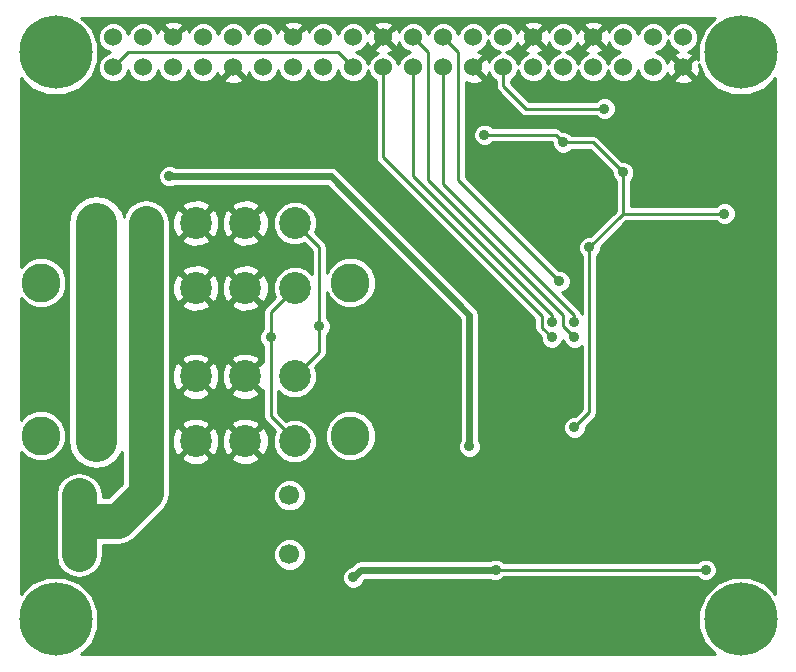
<source format=gbl>
%FSLAX46Y46*%
G04 Gerber Fmt 4.6, Leading zero omitted, Abs format (unit mm)*
G04 Created by KiCad (PCBNEW (2014-10-27 BZR 5228)-product) date 5/29/2015 4:18:03 PM*
%MOMM*%
G01*
G04 APERTURE LIST*
%ADD10C,0.100000*%
%ADD11C,6.200000*%
%ADD12C,1.524000*%
%ADD13C,2.700000*%
%ADD14C,3.300000*%
%ADD15C,1.700000*%
%ADD16C,0.889000*%
%ADD17C,0.254000*%
%ADD18C,0.609600*%
%ADD19C,3.000000*%
%ADD20C,3.500000*%
G04 APERTURE END LIST*
D10*
D11*
X182455000Y-150552500D03*
X240455000Y-150552500D03*
X240455000Y-102552500D03*
X182455000Y-102552500D03*
D12*
X187325000Y-103822500D03*
X189865000Y-103822500D03*
X189865000Y-101282500D03*
X192405000Y-103822500D03*
X192405000Y-101282500D03*
X194945000Y-103822500D03*
X194945000Y-101282500D03*
X197485000Y-103822500D03*
X197485000Y-101282500D03*
X200025000Y-103822500D03*
X200025000Y-101282500D03*
X202565000Y-103822500D03*
X202565000Y-101282500D03*
X205105000Y-103822500D03*
X205105000Y-101282500D03*
X207645000Y-103822500D03*
X207645000Y-101282500D03*
X210185000Y-103822500D03*
X210185000Y-101282500D03*
X212725000Y-103822500D03*
X212725000Y-101282500D03*
X215265000Y-103822500D03*
X215265000Y-101282500D03*
X217805000Y-103822500D03*
X217805000Y-101282500D03*
X220345000Y-103822500D03*
X220345000Y-101282500D03*
X222885000Y-103822500D03*
X222885000Y-101282500D03*
X225425000Y-103822500D03*
X225425000Y-101282500D03*
X227965000Y-103822500D03*
X227965000Y-101282500D03*
X230505000Y-103822500D03*
X230505000Y-101282500D03*
X233045000Y-103822500D03*
X233045000Y-101282500D03*
X235585000Y-103822500D03*
X235585000Y-101282500D03*
X187325000Y-101282500D03*
D13*
X194310000Y-129965000D03*
X194310000Y-135465000D03*
X198510000Y-129965000D03*
X198510000Y-135465000D03*
X202710000Y-129965000D03*
X202710000Y-135465000D03*
X190110000Y-135465000D03*
X190110000Y-129965000D03*
X185910000Y-135465000D03*
X185910000Y-129965000D03*
D14*
X207410000Y-135005000D03*
X181210000Y-135005000D03*
D13*
X194319000Y-116996501D03*
X194319000Y-122496501D03*
X198519000Y-116996501D03*
X198519000Y-122496501D03*
X202719000Y-116996501D03*
X202719000Y-122496501D03*
X190119000Y-122496501D03*
X190119000Y-116996501D03*
X185919000Y-122496501D03*
X185919000Y-116996501D03*
D14*
X207419000Y-122036501D03*
X181219000Y-122036501D03*
D15*
X184457500Y-140057500D03*
X184457500Y-145057500D03*
X202257500Y-145057500D03*
X202257500Y-140057500D03*
D16*
X239077500Y-116205000D03*
X226377500Y-134302500D03*
X227647500Y-119062500D03*
X218757500Y-109537500D03*
X230505000Y-112712500D03*
X225425000Y-110172500D03*
X233680000Y-110172500D03*
X228917500Y-131445000D03*
X236537500Y-125412500D03*
X236537500Y-127952500D03*
X211455000Y-131762500D03*
X218440000Y-140335000D03*
X216535000Y-140335000D03*
X201930000Y-152400000D03*
X203200000Y-152400000D03*
X217487500Y-135912860D03*
X192087500Y-113030000D03*
X219710000Y-146367500D03*
X237490000Y-146367500D03*
X207645000Y-147002500D03*
X204787500Y-125730000D03*
X200660000Y-126682500D03*
X224472500Y-126682500D03*
X224472500Y-125412500D03*
X226377500Y-126682500D03*
X226377500Y-125412500D03*
X225107500Y-121920000D03*
X228917500Y-107315000D03*
D17*
X239077500Y-116205000D02*
X230505000Y-116205000D01*
X227647500Y-119062500D02*
X227647500Y-133032500D01*
X227647500Y-133032500D02*
X226377500Y-134302500D01*
X230505000Y-112712500D02*
X230505000Y-116205000D01*
X230505000Y-116205000D02*
X227647500Y-119062500D01*
X224790000Y-109537500D02*
X225425000Y-110172500D01*
X218757500Y-109537500D02*
X224790000Y-109537500D01*
X230505000Y-112712500D02*
X227965000Y-110172500D01*
X227965000Y-110172500D02*
X225425000Y-110172500D01*
X206057500Y-102552500D02*
X206375000Y-102552500D01*
X206375000Y-102552500D02*
X207645000Y-103822500D01*
X187325000Y-103822500D02*
X188595000Y-102552500D01*
X188595000Y-102552500D02*
X206057500Y-102552500D01*
X236537500Y-127952500D02*
X236537500Y-125412500D01*
X216535000Y-140335000D02*
X218440000Y-140335000D01*
X201930000Y-152400000D02*
X203200000Y-152400000D01*
D18*
X217487500Y-124777500D02*
X205740000Y-113030000D01*
X217487500Y-135912860D02*
X217487500Y-124777500D01*
X205740000Y-113030000D02*
X192087500Y-113030000D01*
X207645000Y-147002500D02*
X208280000Y-146367500D01*
D17*
X237490000Y-146367500D02*
X219710000Y-146367500D01*
D18*
X208280000Y-146367500D02*
X219710000Y-146367500D01*
D19*
X190119000Y-122496501D02*
X190119000Y-129956000D01*
X190119000Y-129956000D02*
X190110000Y-129965000D01*
X190110000Y-135465000D02*
X190110000Y-129965000D01*
X190110000Y-129965000D02*
X190119000Y-129956000D01*
X190119000Y-129956000D02*
X190119000Y-116996501D01*
X184467500Y-142240000D02*
X184457500Y-142230000D01*
X184457500Y-142230000D02*
X184457500Y-140057500D01*
X190110000Y-139885000D02*
X187755000Y-142240000D01*
X190110000Y-135465000D02*
X190110000Y-139885000D01*
X187755000Y-142240000D02*
X184467500Y-142240000D01*
X184457500Y-142250000D02*
X184467500Y-142240000D01*
X184457500Y-145057500D02*
X184457500Y-142250000D01*
D17*
X202719000Y-116996501D02*
X202721501Y-116996501D01*
X202721501Y-116996501D02*
X204787500Y-119062500D01*
X204787500Y-119062500D02*
X204787500Y-125730000D01*
X204787500Y-125730000D02*
X204787500Y-127887500D01*
X204787500Y-127887500D02*
X202710000Y-129965000D01*
X202710000Y-135465000D02*
X202710000Y-135400000D01*
X202710000Y-135400000D02*
X200660000Y-133350000D01*
X200660000Y-133350000D02*
X200660000Y-126682500D01*
X200660000Y-126682500D02*
X200660000Y-124555501D01*
X200660000Y-124555501D02*
X202719000Y-122496501D01*
D20*
X185910000Y-129965000D02*
X185910000Y-135465000D01*
X185919000Y-116996501D02*
X185919000Y-122496501D01*
X185919000Y-122496501D02*
X185910000Y-122505501D01*
X185910000Y-122505501D02*
X185910000Y-135465000D01*
D17*
X223637038Y-124894538D02*
X210185000Y-111442500D01*
X223637038Y-125847038D02*
X223637038Y-124894538D01*
X224472500Y-126682500D02*
X223637038Y-125847038D01*
X210185000Y-111442500D02*
X210185000Y-103822500D01*
X224472500Y-124777500D02*
X212725000Y-113030000D01*
X212725000Y-113030000D02*
X212725000Y-103822500D01*
X224472500Y-125412500D02*
X224472500Y-124777500D01*
X226377500Y-126682500D02*
X225425000Y-125730000D01*
X225425000Y-125730000D02*
X225425000Y-125412500D01*
X213995000Y-102552500D02*
X212725000Y-101282500D01*
X213995000Y-113347500D02*
X213995000Y-102552500D01*
X225425000Y-124777500D02*
X213995000Y-113347500D01*
X225425000Y-125412500D02*
X225425000Y-124777500D01*
X226377500Y-124777500D02*
X215265000Y-113665000D01*
X215265000Y-113665000D02*
X215265000Y-103822500D01*
X226377500Y-125412500D02*
X226377500Y-124777500D01*
X216535000Y-113347500D02*
X216535000Y-102552500D01*
X225107500Y-121920000D02*
X216535000Y-113347500D01*
X216535000Y-102552500D02*
X215265000Y-101282500D01*
X222250000Y-107315000D02*
X228917500Y-107315000D01*
X220345000Y-103822500D02*
X220345000Y-105410000D01*
X220345000Y-105410000D02*
X222250000Y-107315000D01*
G36*
X243397000Y-148392698D02*
X242501436Y-147495570D01*
X241175824Y-146945128D01*
X240030165Y-146944127D01*
X240030165Y-116016367D01*
X239885461Y-115666157D01*
X239617753Y-115397980D01*
X239267795Y-115252665D01*
X238888867Y-115252335D01*
X238538657Y-115397039D01*
X238365392Y-115570000D01*
X236385608Y-115570000D01*
X236385608Y-104802713D01*
X235585000Y-104002105D01*
X234784392Y-104802713D01*
X234853857Y-105044897D01*
X235377302Y-105231644D01*
X235932368Y-105203862D01*
X236316143Y-105044897D01*
X236385608Y-104802713D01*
X236385608Y-115570000D01*
X231140000Y-115570000D01*
X231140000Y-113424472D01*
X231312020Y-113252753D01*
X231457335Y-112902795D01*
X231457665Y-112523867D01*
X231312961Y-112173657D01*
X231045253Y-111905480D01*
X230695295Y-111760165D01*
X230450476Y-111759951D01*
X228414013Y-109723487D01*
X228208004Y-109585836D01*
X227965000Y-109537500D01*
X226136972Y-109537500D01*
X225965253Y-109365480D01*
X225615295Y-109220165D01*
X225370477Y-109219951D01*
X225239013Y-109088487D01*
X225033004Y-108950836D01*
X224790000Y-108902500D01*
X219469472Y-108902500D01*
X219297753Y-108730480D01*
X218947795Y-108585165D01*
X218568867Y-108584835D01*
X218218657Y-108729539D01*
X217950480Y-108997247D01*
X217805165Y-109347205D01*
X217804835Y-109726133D01*
X217949539Y-110076343D01*
X218217247Y-110344520D01*
X218567205Y-110489835D01*
X218946133Y-110490165D01*
X219296343Y-110345461D01*
X219469607Y-110172500D01*
X224472499Y-110172500D01*
X224472335Y-110361133D01*
X224617039Y-110711343D01*
X224884747Y-110979520D01*
X225234705Y-111124835D01*
X225613633Y-111125165D01*
X225963843Y-110980461D01*
X226137107Y-110807500D01*
X227701974Y-110807500D01*
X229552546Y-112658071D01*
X229552335Y-112901133D01*
X229697039Y-113251343D01*
X229870000Y-113424607D01*
X229870000Y-115941974D01*
X227701927Y-118110046D01*
X227458867Y-118109835D01*
X227108657Y-118254539D01*
X226840480Y-118522247D01*
X226695165Y-118872205D01*
X226694835Y-119251133D01*
X226839539Y-119601343D01*
X227012500Y-119774607D01*
X227012500Y-124700392D01*
X226993346Y-124681205D01*
X226964164Y-124534496D01*
X226826513Y-124328487D01*
X225348891Y-122850865D01*
X225646343Y-122727961D01*
X225914520Y-122460253D01*
X226059835Y-122110295D01*
X226060165Y-121731367D01*
X225915461Y-121381157D01*
X225647753Y-121112980D01*
X225297795Y-120967665D01*
X225052977Y-120967451D01*
X217170000Y-113084474D01*
X217170000Y-105079197D01*
X217597302Y-105231644D01*
X218152368Y-105203862D01*
X218536143Y-105044897D01*
X218605608Y-104802713D01*
X217805000Y-104002105D01*
X217790857Y-104016247D01*
X217611252Y-103836642D01*
X217625395Y-103822500D01*
X217611252Y-103808357D01*
X217790857Y-103628752D01*
X217805000Y-103642895D01*
X218605608Y-102842287D01*
X218536143Y-102600103D01*
X218217212Y-102486319D01*
X218523458Y-102359782D01*
X218881026Y-102002837D01*
X219074779Y-101536227D01*
X219074780Y-101534012D01*
X219267718Y-102000958D01*
X219624663Y-102358526D01*
X220091273Y-102552279D01*
X220093487Y-102552280D01*
X219626542Y-102745218D01*
X219268974Y-103102163D01*
X219150277Y-103388016D01*
X219027397Y-103091357D01*
X218785213Y-103021892D01*
X217984605Y-103822500D01*
X218785213Y-104623108D01*
X219027397Y-104553643D01*
X219141180Y-104234712D01*
X219267718Y-104540958D01*
X219624663Y-104898526D01*
X219710000Y-104933960D01*
X219710000Y-105410000D01*
X219758336Y-105653004D01*
X219895987Y-105859013D01*
X221800987Y-107764013D01*
X222006996Y-107901664D01*
X222250000Y-107950000D01*
X228205527Y-107950000D01*
X228377247Y-108122020D01*
X228727205Y-108267335D01*
X229106133Y-108267665D01*
X229456343Y-108122961D01*
X229724520Y-107855253D01*
X229869835Y-107505295D01*
X229870165Y-107126367D01*
X229725461Y-106776157D01*
X229457753Y-106507980D01*
X229107795Y-106362665D01*
X228728867Y-106362335D01*
X228378657Y-106507039D01*
X228205392Y-106680000D01*
X222513026Y-106680000D01*
X220980000Y-105146974D01*
X220980000Y-104934265D01*
X221063458Y-104899782D01*
X221421026Y-104542837D01*
X221614779Y-104076227D01*
X221614780Y-104074012D01*
X221807718Y-104540958D01*
X222164663Y-104898526D01*
X222631273Y-105092279D01*
X223136510Y-105092720D01*
X223603458Y-104899782D01*
X223961026Y-104542837D01*
X224154779Y-104076227D01*
X224154780Y-104074012D01*
X224347718Y-104540958D01*
X224704663Y-104898526D01*
X225171273Y-105092279D01*
X225676510Y-105092720D01*
X226143458Y-104899782D01*
X226501026Y-104542837D01*
X226694779Y-104076227D01*
X226694780Y-104074012D01*
X226887718Y-104540958D01*
X227244663Y-104898526D01*
X227711273Y-105092279D01*
X228216510Y-105092720D01*
X228683458Y-104899782D01*
X229041026Y-104542837D01*
X229234779Y-104076227D01*
X229234780Y-104074012D01*
X229427718Y-104540958D01*
X229784663Y-104898526D01*
X230251273Y-105092279D01*
X230756510Y-105092720D01*
X231223458Y-104899782D01*
X231581026Y-104542837D01*
X231774779Y-104076227D01*
X231774780Y-104074012D01*
X231967718Y-104540958D01*
X232324663Y-104898526D01*
X232791273Y-105092279D01*
X233296510Y-105092720D01*
X233763458Y-104899782D01*
X234121026Y-104542837D01*
X234239722Y-104256983D01*
X234362603Y-104553643D01*
X234604787Y-104623108D01*
X235405395Y-103822500D01*
X234604787Y-103021892D01*
X234362603Y-103091357D01*
X234248819Y-103410287D01*
X234122282Y-103104042D01*
X233765337Y-102746474D01*
X233298727Y-102552721D01*
X233296512Y-102552719D01*
X233763458Y-102359782D01*
X234121026Y-102002837D01*
X234314779Y-101536227D01*
X234314780Y-101534012D01*
X234507718Y-102000958D01*
X234864663Y-102358526D01*
X235150516Y-102477222D01*
X234853857Y-102600103D01*
X234784392Y-102842287D01*
X235585000Y-103642895D01*
X236385608Y-102842287D01*
X236316143Y-102600103D01*
X235997212Y-102486319D01*
X236303458Y-102359782D01*
X236661026Y-102002837D01*
X236854779Y-101536227D01*
X236855220Y-101030990D01*
X236662282Y-100564042D01*
X236305337Y-100206474D01*
X235838727Y-100012721D01*
X235333490Y-100012280D01*
X234866542Y-100205218D01*
X234508974Y-100562163D01*
X234315221Y-101028773D01*
X234315219Y-101030987D01*
X234122282Y-100564042D01*
X233765337Y-100206474D01*
X233298727Y-100012721D01*
X232793490Y-100012280D01*
X232326542Y-100205218D01*
X231968974Y-100562163D01*
X231775221Y-101028773D01*
X231775219Y-101030987D01*
X231582282Y-100564042D01*
X231225337Y-100206474D01*
X230758727Y-100012721D01*
X230253490Y-100012280D01*
X229786542Y-100205218D01*
X229428974Y-100562163D01*
X229310277Y-100848016D01*
X229187397Y-100551357D01*
X228945213Y-100481892D01*
X228765608Y-100661497D01*
X228765608Y-100302287D01*
X228696143Y-100060103D01*
X228172698Y-99873356D01*
X227617632Y-99901138D01*
X227233857Y-100060103D01*
X227164392Y-100302287D01*
X227965000Y-101102895D01*
X228765608Y-100302287D01*
X228765608Y-100661497D01*
X228144605Y-101282500D01*
X228945213Y-102083108D01*
X229187397Y-102013643D01*
X229301180Y-101694712D01*
X229427718Y-102000958D01*
X229784663Y-102358526D01*
X230251273Y-102552279D01*
X230253487Y-102552280D01*
X229786542Y-102745218D01*
X229428974Y-103102163D01*
X229235221Y-103568773D01*
X229235219Y-103570987D01*
X229042282Y-103104042D01*
X228685337Y-102746474D01*
X228399483Y-102627777D01*
X228696143Y-102504897D01*
X228765608Y-102262713D01*
X227965000Y-101462105D01*
X227164392Y-102262713D01*
X227233857Y-102504897D01*
X227552787Y-102618680D01*
X227246542Y-102745218D01*
X226888974Y-103102163D01*
X226695221Y-103568773D01*
X226695219Y-103570987D01*
X226502282Y-103104042D01*
X226145337Y-102746474D01*
X225678727Y-102552721D01*
X225676512Y-102552719D01*
X226143458Y-102359782D01*
X226501026Y-102002837D01*
X226619722Y-101716983D01*
X226742603Y-102013643D01*
X226984787Y-102083108D01*
X227785395Y-101282500D01*
X226984787Y-100481892D01*
X226742603Y-100551357D01*
X226628819Y-100870287D01*
X226502282Y-100564042D01*
X226145337Y-100206474D01*
X225678727Y-100012721D01*
X225173490Y-100012280D01*
X224706542Y-100205218D01*
X224348974Y-100562163D01*
X224230277Y-100848016D01*
X224107397Y-100551357D01*
X223865213Y-100481892D01*
X223685608Y-100661497D01*
X223685608Y-100302287D01*
X223616143Y-100060103D01*
X223092698Y-99873356D01*
X222537632Y-99901138D01*
X222153857Y-100060103D01*
X222084392Y-100302287D01*
X222885000Y-101102895D01*
X223685608Y-100302287D01*
X223685608Y-100661497D01*
X223064605Y-101282500D01*
X223865213Y-102083108D01*
X224107397Y-102013643D01*
X224221180Y-101694712D01*
X224347718Y-102000958D01*
X224704663Y-102358526D01*
X225171273Y-102552279D01*
X225173487Y-102552280D01*
X224706542Y-102745218D01*
X224348974Y-103102163D01*
X224155221Y-103568773D01*
X224155219Y-103570987D01*
X223962282Y-103104042D01*
X223605337Y-102746474D01*
X223319483Y-102627777D01*
X223616143Y-102504897D01*
X223685608Y-102262713D01*
X222885000Y-101462105D01*
X222084392Y-102262713D01*
X222153857Y-102504897D01*
X222472787Y-102618680D01*
X222166542Y-102745218D01*
X221808974Y-103102163D01*
X221615221Y-103568773D01*
X221615219Y-103570987D01*
X221422282Y-103104042D01*
X221065337Y-102746474D01*
X220598727Y-102552721D01*
X220596512Y-102552719D01*
X221063458Y-102359782D01*
X221421026Y-102002837D01*
X221539722Y-101716983D01*
X221662603Y-102013643D01*
X221904787Y-102083108D01*
X222705395Y-101282500D01*
X221904787Y-100481892D01*
X221662603Y-100551357D01*
X221548819Y-100870287D01*
X221422282Y-100564042D01*
X221065337Y-100206474D01*
X220598727Y-100012721D01*
X220093490Y-100012280D01*
X219626542Y-100205218D01*
X219268974Y-100562163D01*
X219075221Y-101028773D01*
X219075219Y-101030987D01*
X218882282Y-100564042D01*
X218525337Y-100206474D01*
X218058727Y-100012721D01*
X217553490Y-100012280D01*
X217086542Y-100205218D01*
X216728974Y-100562163D01*
X216535221Y-101028773D01*
X216535219Y-101030987D01*
X216342282Y-100564042D01*
X215985337Y-100206474D01*
X215518727Y-100012721D01*
X215013490Y-100012280D01*
X214546542Y-100205218D01*
X214188974Y-100562163D01*
X213995221Y-101028773D01*
X213995219Y-101030987D01*
X213802282Y-100564042D01*
X213445337Y-100206474D01*
X212978727Y-100012721D01*
X212473490Y-100012280D01*
X212006542Y-100205218D01*
X211648974Y-100562163D01*
X211530277Y-100848016D01*
X211407397Y-100551357D01*
X211165213Y-100481892D01*
X210985608Y-100661497D01*
X210985608Y-100302287D01*
X210916143Y-100060103D01*
X210392698Y-99873356D01*
X209837632Y-99901138D01*
X209453857Y-100060103D01*
X209384392Y-100302287D01*
X210185000Y-101102895D01*
X210985608Y-100302287D01*
X210985608Y-100661497D01*
X210364605Y-101282500D01*
X211165213Y-102083108D01*
X211407397Y-102013643D01*
X211521180Y-101694712D01*
X211647718Y-102000958D01*
X212004663Y-102358526D01*
X212471273Y-102552279D01*
X212473487Y-102552280D01*
X212006542Y-102745218D01*
X211648974Y-103102163D01*
X211455221Y-103568773D01*
X211455219Y-103570987D01*
X211262282Y-103104042D01*
X210905337Y-102746474D01*
X210619483Y-102627777D01*
X210916143Y-102504897D01*
X210985608Y-102262713D01*
X210185000Y-101462105D01*
X209384392Y-102262713D01*
X209453857Y-102504897D01*
X209772787Y-102618680D01*
X209466542Y-102745218D01*
X209108974Y-103102163D01*
X208915221Y-103568773D01*
X208915219Y-103570987D01*
X208722282Y-103104042D01*
X208365337Y-102746474D01*
X207898727Y-102552721D01*
X207896512Y-102552719D01*
X208363458Y-102359782D01*
X208721026Y-102002837D01*
X208839722Y-101716983D01*
X208962603Y-102013643D01*
X209204787Y-102083108D01*
X210005395Y-101282500D01*
X209204787Y-100481892D01*
X208962603Y-100551357D01*
X208848819Y-100870287D01*
X208722282Y-100564042D01*
X208365337Y-100206474D01*
X207898727Y-100012721D01*
X207393490Y-100012280D01*
X206926542Y-100205218D01*
X206568974Y-100562163D01*
X206375221Y-101028773D01*
X206375219Y-101030987D01*
X206182282Y-100564042D01*
X205825337Y-100206474D01*
X205358727Y-100012721D01*
X204853490Y-100012280D01*
X204386542Y-100205218D01*
X204028974Y-100562163D01*
X203910277Y-100848016D01*
X203787397Y-100551357D01*
X203545213Y-100481892D01*
X203365608Y-100661497D01*
X203365608Y-100302287D01*
X203296143Y-100060103D01*
X202772698Y-99873356D01*
X202217632Y-99901138D01*
X201833857Y-100060103D01*
X201764392Y-100302287D01*
X202565000Y-101102895D01*
X203365608Y-100302287D01*
X203365608Y-100661497D01*
X202744605Y-101282500D01*
X202758747Y-101296642D01*
X202579142Y-101476247D01*
X202565000Y-101462105D01*
X202550857Y-101476247D01*
X202371252Y-101296642D01*
X202385395Y-101282500D01*
X201584787Y-100481892D01*
X201342603Y-100551357D01*
X201228819Y-100870287D01*
X201102282Y-100564042D01*
X200745337Y-100206474D01*
X200278727Y-100012721D01*
X199773490Y-100012280D01*
X199306542Y-100205218D01*
X198948974Y-100562163D01*
X198755221Y-101028773D01*
X198755219Y-101030987D01*
X198562282Y-100564042D01*
X198205337Y-100206474D01*
X197738727Y-100012721D01*
X197233490Y-100012280D01*
X196766542Y-100205218D01*
X196408974Y-100562163D01*
X196215221Y-101028773D01*
X196215219Y-101030987D01*
X196022282Y-100564042D01*
X195665337Y-100206474D01*
X195198727Y-100012721D01*
X194693490Y-100012280D01*
X194226542Y-100205218D01*
X193868974Y-100562163D01*
X193750277Y-100848016D01*
X193627397Y-100551357D01*
X193385213Y-100481892D01*
X193205608Y-100661497D01*
X193205608Y-100302287D01*
X193136143Y-100060103D01*
X192612698Y-99873356D01*
X192057632Y-99901138D01*
X191673857Y-100060103D01*
X191604392Y-100302287D01*
X192405000Y-101102895D01*
X193205608Y-100302287D01*
X193205608Y-100661497D01*
X192584605Y-101282500D01*
X192598747Y-101296642D01*
X192419142Y-101476247D01*
X192405000Y-101462105D01*
X192390857Y-101476247D01*
X192211252Y-101296642D01*
X192225395Y-101282500D01*
X191424787Y-100481892D01*
X191182603Y-100551357D01*
X191068819Y-100870287D01*
X190942282Y-100564042D01*
X190585337Y-100206474D01*
X190118727Y-100012721D01*
X189613490Y-100012280D01*
X189146542Y-100205218D01*
X188788974Y-100562163D01*
X188595221Y-101028773D01*
X188595219Y-101030987D01*
X188402282Y-100564042D01*
X188045337Y-100206474D01*
X187578727Y-100012721D01*
X187073490Y-100012280D01*
X186606542Y-100205218D01*
X186248974Y-100562163D01*
X186055221Y-101028773D01*
X186054780Y-101534010D01*
X186247718Y-102000958D01*
X186604663Y-102358526D01*
X187071273Y-102552279D01*
X187073487Y-102552280D01*
X186606542Y-102745218D01*
X186248974Y-103102163D01*
X186055221Y-103568773D01*
X186054780Y-104074010D01*
X186247718Y-104540958D01*
X186604663Y-104898526D01*
X187071273Y-105092279D01*
X187576510Y-105092720D01*
X188043458Y-104899782D01*
X188401026Y-104542837D01*
X188594779Y-104076227D01*
X188594780Y-104074012D01*
X188787718Y-104540958D01*
X189144663Y-104898526D01*
X189611273Y-105092279D01*
X190116510Y-105092720D01*
X190583458Y-104899782D01*
X190941026Y-104542837D01*
X191134779Y-104076227D01*
X191134780Y-104074012D01*
X191327718Y-104540958D01*
X191684663Y-104898526D01*
X192151273Y-105092279D01*
X192656510Y-105092720D01*
X193123458Y-104899782D01*
X193481026Y-104542837D01*
X193674779Y-104076227D01*
X193674780Y-104074012D01*
X193867718Y-104540958D01*
X194224663Y-104898526D01*
X194691273Y-105092279D01*
X195196510Y-105092720D01*
X195663458Y-104899782D01*
X196021026Y-104542837D01*
X196139722Y-104256983D01*
X196262603Y-104553643D01*
X196504787Y-104623108D01*
X197305395Y-103822500D01*
X197291252Y-103808357D01*
X197470857Y-103628752D01*
X197485000Y-103642895D01*
X197499142Y-103628752D01*
X197678747Y-103808357D01*
X197664605Y-103822500D01*
X198465213Y-104623108D01*
X198707397Y-104553643D01*
X198821180Y-104234712D01*
X198947718Y-104540958D01*
X199304663Y-104898526D01*
X199771273Y-105092279D01*
X200276510Y-105092720D01*
X200743458Y-104899782D01*
X201101026Y-104542837D01*
X201294779Y-104076227D01*
X201294780Y-104074012D01*
X201487718Y-104540958D01*
X201844663Y-104898526D01*
X202311273Y-105092279D01*
X202816510Y-105092720D01*
X203283458Y-104899782D01*
X203641026Y-104542837D01*
X203834779Y-104076227D01*
X203834780Y-104074012D01*
X204027718Y-104540958D01*
X204384663Y-104898526D01*
X204851273Y-105092279D01*
X205356510Y-105092720D01*
X205823458Y-104899782D01*
X206181026Y-104542837D01*
X206374779Y-104076227D01*
X206374780Y-104074012D01*
X206567718Y-104540958D01*
X206924663Y-104898526D01*
X207391273Y-105092279D01*
X207896510Y-105092720D01*
X208363458Y-104899782D01*
X208721026Y-104542837D01*
X208914779Y-104076227D01*
X208914780Y-104074012D01*
X209107718Y-104540958D01*
X209464663Y-104898526D01*
X209550000Y-104933960D01*
X209550000Y-111442500D01*
X209598336Y-111685504D01*
X209735987Y-111891513D01*
X223002038Y-125157564D01*
X223002038Y-125847038D01*
X223050374Y-126090042D01*
X223188025Y-126296051D01*
X223520046Y-126628072D01*
X223519835Y-126871133D01*
X223664539Y-127221343D01*
X223932247Y-127489520D01*
X224282205Y-127634835D01*
X224661133Y-127635165D01*
X225011343Y-127490461D01*
X225279520Y-127222753D01*
X225424835Y-126872795D01*
X225424836Y-126871136D01*
X225569539Y-127221343D01*
X225837247Y-127489520D01*
X226187205Y-127634835D01*
X226566133Y-127635165D01*
X226916343Y-127490461D01*
X227012500Y-127394472D01*
X227012500Y-132769474D01*
X226431927Y-133350046D01*
X226188867Y-133349835D01*
X225838657Y-133494539D01*
X225570480Y-133762247D01*
X225425165Y-134112205D01*
X225424835Y-134491133D01*
X225569539Y-134841343D01*
X225837247Y-135109520D01*
X226187205Y-135254835D01*
X226566133Y-135255165D01*
X226916343Y-135110461D01*
X227184520Y-134842753D01*
X227329835Y-134492795D01*
X227330048Y-134247977D01*
X228096513Y-133481513D01*
X228234164Y-133275504D01*
X228282500Y-133032500D01*
X228282500Y-119774472D01*
X228454520Y-119602753D01*
X228599835Y-119252795D01*
X228600048Y-119007977D01*
X230768026Y-116840000D01*
X238365527Y-116840000D01*
X238537247Y-117012020D01*
X238887205Y-117157335D01*
X239266133Y-117157665D01*
X239616343Y-117012961D01*
X239884520Y-116745253D01*
X240029835Y-116395295D01*
X240030165Y-116016367D01*
X240030165Y-146944127D01*
X239740473Y-146943875D01*
X238442665Y-147480118D01*
X238442665Y-146178867D01*
X238297961Y-145828657D01*
X238030253Y-145560480D01*
X237680295Y-145415165D01*
X237301367Y-145414835D01*
X236951157Y-145559539D01*
X236777892Y-145732500D01*
X220421972Y-145732500D01*
X220250253Y-145560480D01*
X219900295Y-145415165D01*
X219521367Y-145414835D01*
X219182868Y-145554700D01*
X218440165Y-145554700D01*
X218440165Y-135724227D01*
X218300300Y-135385728D01*
X218300300Y-124777500D01*
X218238429Y-124466455D01*
X218062237Y-124202764D01*
X206314736Y-112455264D01*
X206051045Y-112279071D01*
X205740000Y-112217200D01*
X198285608Y-112217200D01*
X198285608Y-104802713D01*
X197485000Y-104002105D01*
X196684392Y-104802713D01*
X196753857Y-105044897D01*
X197277302Y-105231644D01*
X197832368Y-105203862D01*
X198216143Y-105044897D01*
X198285608Y-104802713D01*
X198285608Y-112217200D01*
X192613833Y-112217200D01*
X192277795Y-112077665D01*
X191898867Y-112077335D01*
X191548657Y-112222039D01*
X191280480Y-112489747D01*
X191135165Y-112839705D01*
X191134835Y-113218633D01*
X191279539Y-113568843D01*
X191547247Y-113837020D01*
X191897205Y-113982335D01*
X192276133Y-113982665D01*
X192614631Y-113842800D01*
X205403327Y-113842800D01*
X216674700Y-125114172D01*
X216674700Y-135386526D01*
X216535165Y-135722565D01*
X216534835Y-136101493D01*
X216679539Y-136451703D01*
X216947247Y-136719880D01*
X217297205Y-136865195D01*
X217676133Y-136865525D01*
X218026343Y-136720821D01*
X218294520Y-136453113D01*
X218439835Y-136103155D01*
X218440165Y-135724227D01*
X218440165Y-145554700D01*
X209577374Y-145554700D01*
X209577374Y-121609131D01*
X209249530Y-120815689D01*
X208643005Y-120208104D01*
X207850136Y-119878876D01*
X206991630Y-119878127D01*
X206198188Y-120205971D01*
X205590603Y-120812496D01*
X205422500Y-121217332D01*
X205422500Y-119062500D01*
X205374164Y-118819496D01*
X205236513Y-118613487D01*
X204404756Y-117781730D01*
X204576676Y-117367701D01*
X204577321Y-116628543D01*
X204295054Y-115945404D01*
X203772846Y-115422284D01*
X203090200Y-115138825D01*
X202351042Y-115138180D01*
X201667903Y-115420447D01*
X201144783Y-115942655D01*
X200861324Y-116625301D01*
X200860679Y-117364459D01*
X201142946Y-118047598D01*
X201665154Y-118570718D01*
X202347800Y-118854177D01*
X203086958Y-118854822D01*
X203507876Y-118680902D01*
X204152500Y-119325526D01*
X204152500Y-121302601D01*
X203772846Y-120922284D01*
X203090200Y-120638825D01*
X202351042Y-120638180D01*
X201667903Y-120920447D01*
X201144783Y-121442655D01*
X200861324Y-122125301D01*
X200860679Y-122864459D01*
X201033867Y-123283607D01*
X200512737Y-123804737D01*
X200512737Y-122844546D01*
X200512737Y-117344546D01*
X200494164Y-116555083D01*
X200227782Y-115911979D01*
X199924593Y-115770513D01*
X199744988Y-115950118D01*
X199744988Y-115590908D01*
X199603522Y-115287719D01*
X198867045Y-115002764D01*
X198077582Y-115021337D01*
X197434478Y-115287719D01*
X197293012Y-115590908D01*
X198519000Y-116816896D01*
X199744988Y-115590908D01*
X199744988Y-115950118D01*
X198698605Y-116996501D01*
X199924593Y-118222489D01*
X200227782Y-118081023D01*
X200512737Y-117344546D01*
X200512737Y-122844546D01*
X200494164Y-122055083D01*
X200227782Y-121411979D01*
X199924593Y-121270513D01*
X199744988Y-121450118D01*
X199744988Y-121090908D01*
X199744988Y-118402094D01*
X198519000Y-117176106D01*
X198339395Y-117355711D01*
X198339395Y-116996501D01*
X197113407Y-115770513D01*
X196810218Y-115911979D01*
X196525263Y-116648456D01*
X196543836Y-117437919D01*
X196810218Y-118081023D01*
X197113407Y-118222489D01*
X198339395Y-116996501D01*
X198339395Y-117355711D01*
X197293012Y-118402094D01*
X197434478Y-118705283D01*
X198170955Y-118990238D01*
X198960418Y-118971665D01*
X199603522Y-118705283D01*
X199744988Y-118402094D01*
X199744988Y-121090908D01*
X199603522Y-120787719D01*
X198867045Y-120502764D01*
X198077582Y-120521337D01*
X197434478Y-120787719D01*
X197293012Y-121090908D01*
X198519000Y-122316896D01*
X199744988Y-121090908D01*
X199744988Y-121450118D01*
X198698605Y-122496501D01*
X199924593Y-123722489D01*
X200227782Y-123581023D01*
X200512737Y-122844546D01*
X200512737Y-123804737D01*
X200210987Y-124106488D01*
X200073336Y-124312497D01*
X200025000Y-124555501D01*
X200025000Y-125970527D01*
X199852980Y-126142247D01*
X199744988Y-126402321D01*
X199744988Y-123902094D01*
X198519000Y-122676106D01*
X198339395Y-122855711D01*
X198339395Y-122496501D01*
X197113407Y-121270513D01*
X196810218Y-121411979D01*
X196525263Y-122148456D01*
X196543836Y-122937919D01*
X196810218Y-123581023D01*
X197113407Y-123722489D01*
X198339395Y-122496501D01*
X198339395Y-122855711D01*
X197293012Y-123902094D01*
X197434478Y-124205283D01*
X198170955Y-124490238D01*
X198960418Y-124471665D01*
X199603522Y-124205283D01*
X199744988Y-123902094D01*
X199744988Y-126402321D01*
X199707665Y-126492205D01*
X199707335Y-126871133D01*
X199852039Y-127221343D01*
X200025000Y-127394607D01*
X200025000Y-128790060D01*
X199915593Y-128739012D01*
X199735988Y-128918617D01*
X199735988Y-128559407D01*
X199594522Y-128256218D01*
X198858045Y-127971263D01*
X198068582Y-127989836D01*
X197425478Y-128256218D01*
X197284012Y-128559407D01*
X198510000Y-129785395D01*
X199735988Y-128559407D01*
X199735988Y-128918617D01*
X198689605Y-129965000D01*
X199915593Y-131190988D01*
X200025000Y-131139939D01*
X200025000Y-133350000D01*
X200073336Y-133593004D01*
X200210987Y-133799013D01*
X201044048Y-134632074D01*
X200852324Y-135093800D01*
X200851679Y-135832958D01*
X201133946Y-136516097D01*
X201656154Y-137039217D01*
X202338800Y-137322676D01*
X203077958Y-137323321D01*
X203761097Y-137041054D01*
X204284217Y-136518846D01*
X204567676Y-135836200D01*
X204568321Y-135097042D01*
X204286054Y-134413903D01*
X203763846Y-133890783D01*
X203081200Y-133607324D01*
X202342042Y-133606679D01*
X201968888Y-133760862D01*
X201295000Y-133086974D01*
X201295000Y-131177432D01*
X201656154Y-131539217D01*
X202338800Y-131822676D01*
X203077958Y-131823321D01*
X203761097Y-131541054D01*
X204284217Y-131018846D01*
X204567676Y-130336200D01*
X204568321Y-129597042D01*
X204395132Y-129177893D01*
X205236513Y-128336513D01*
X205374164Y-128130504D01*
X205422500Y-127887500D01*
X205422501Y-127887500D01*
X205422500Y-127887494D01*
X205422500Y-126441972D01*
X205594520Y-126270253D01*
X205739835Y-125920295D01*
X205740165Y-125541367D01*
X205595461Y-125191157D01*
X205422500Y-125017892D01*
X205422500Y-122855635D01*
X205588470Y-123257313D01*
X206194995Y-123864898D01*
X206987864Y-124194126D01*
X207846370Y-124194875D01*
X208639812Y-123867031D01*
X209247397Y-123260506D01*
X209576625Y-122467637D01*
X209577374Y-121609131D01*
X209577374Y-145554700D01*
X209568374Y-145554700D01*
X209568374Y-134577630D01*
X209240530Y-133784188D01*
X208634005Y-133176603D01*
X207841136Y-132847375D01*
X206982630Y-132846626D01*
X206189188Y-133174470D01*
X205581603Y-133780995D01*
X205252375Y-134573864D01*
X205251626Y-135432370D01*
X205579470Y-136225812D01*
X206185995Y-136833397D01*
X206978864Y-137162625D01*
X207837370Y-137163374D01*
X208630812Y-136835530D01*
X209238397Y-136229005D01*
X209567625Y-135436136D01*
X209568374Y-134577630D01*
X209568374Y-145554700D01*
X208280000Y-145554700D01*
X207968955Y-145616571D01*
X207705264Y-145792763D01*
X207442436Y-146055591D01*
X207106157Y-146194539D01*
X206837980Y-146462247D01*
X206692665Y-146812205D01*
X206692335Y-147191133D01*
X206837039Y-147541343D01*
X207104747Y-147809520D01*
X207454705Y-147954835D01*
X207833633Y-147955165D01*
X208183843Y-147810461D01*
X208452020Y-147542753D01*
X208592476Y-147204496D01*
X208616672Y-147180300D01*
X219183666Y-147180300D01*
X219519705Y-147319835D01*
X219898633Y-147320165D01*
X220248843Y-147175461D01*
X220422107Y-147002500D01*
X236778027Y-147002500D01*
X236949747Y-147174520D01*
X237299705Y-147319835D01*
X237678633Y-147320165D01*
X238028843Y-147175461D01*
X238297020Y-146907753D01*
X238442335Y-146557795D01*
X238442665Y-146178867D01*
X238442665Y-147480118D01*
X238413902Y-147492003D01*
X237398070Y-148506064D01*
X236847628Y-149831676D01*
X236846375Y-151267027D01*
X237394503Y-152593598D01*
X238293834Y-153494500D01*
X203615735Y-153494500D01*
X203615735Y-144788562D01*
X203615735Y-139788562D01*
X203409428Y-139289260D01*
X203027750Y-138906915D01*
X202528808Y-138699736D01*
X201988562Y-138699265D01*
X201489260Y-138905572D01*
X201106915Y-139287250D01*
X200899736Y-139786192D01*
X200899265Y-140326438D01*
X201105572Y-140825740D01*
X201487250Y-141208085D01*
X201986192Y-141415264D01*
X202526438Y-141415735D01*
X203025740Y-141209428D01*
X203408085Y-140827750D01*
X203615264Y-140328808D01*
X203615735Y-139788562D01*
X203615735Y-144788562D01*
X203409428Y-144289260D01*
X203027750Y-143906915D01*
X202528808Y-143699736D01*
X201988562Y-143699265D01*
X201489260Y-143905572D01*
X201106915Y-144287250D01*
X200899736Y-144786192D01*
X200899265Y-145326438D01*
X201105572Y-145825740D01*
X201487250Y-146208085D01*
X201986192Y-146415264D01*
X202526438Y-146415735D01*
X203025740Y-146209428D01*
X203408085Y-145827750D01*
X203615264Y-145328808D01*
X203615735Y-144788562D01*
X203615735Y-153494500D01*
X200503737Y-153494500D01*
X200503737Y-135813045D01*
X200485164Y-135023582D01*
X200218782Y-134380478D01*
X199915593Y-134239012D01*
X199735988Y-134418617D01*
X199735988Y-134059407D01*
X199735988Y-131370593D01*
X198510000Y-130144605D01*
X198330395Y-130324210D01*
X198330395Y-129965000D01*
X197104407Y-128739012D01*
X196801218Y-128880478D01*
X196516263Y-129616955D01*
X196534836Y-130406418D01*
X196801218Y-131049522D01*
X197104407Y-131190988D01*
X198330395Y-129965000D01*
X198330395Y-130324210D01*
X197284012Y-131370593D01*
X197425478Y-131673782D01*
X198161955Y-131958737D01*
X198951418Y-131940164D01*
X199594522Y-131673782D01*
X199735988Y-131370593D01*
X199735988Y-134059407D01*
X199594522Y-133756218D01*
X198858045Y-133471263D01*
X198068582Y-133489836D01*
X197425478Y-133756218D01*
X197284012Y-134059407D01*
X198510000Y-135285395D01*
X199735988Y-134059407D01*
X199735988Y-134418617D01*
X198689605Y-135465000D01*
X199915593Y-136690988D01*
X200218782Y-136549522D01*
X200503737Y-135813045D01*
X200503737Y-153494500D01*
X199735988Y-153494500D01*
X199735988Y-136870593D01*
X198510000Y-135644605D01*
X198330395Y-135824210D01*
X198330395Y-135465000D01*
X197104407Y-134239012D01*
X196801218Y-134380478D01*
X196516263Y-135116955D01*
X196534836Y-135906418D01*
X196801218Y-136549522D01*
X197104407Y-136690988D01*
X198330395Y-135465000D01*
X198330395Y-135824210D01*
X197284012Y-136870593D01*
X197425478Y-137173782D01*
X198161955Y-137458737D01*
X198951418Y-137440164D01*
X199594522Y-137173782D01*
X199735988Y-136870593D01*
X199735988Y-153494500D01*
X196312737Y-153494500D01*
X196312737Y-122844546D01*
X196312737Y-117344546D01*
X196294164Y-116555083D01*
X196027782Y-115911979D01*
X195724593Y-115770513D01*
X195544988Y-115950118D01*
X195544988Y-115590908D01*
X195403522Y-115287719D01*
X194667045Y-115002764D01*
X193877582Y-115021337D01*
X193234478Y-115287719D01*
X193093012Y-115590908D01*
X194319000Y-116816896D01*
X195544988Y-115590908D01*
X195544988Y-115950118D01*
X194498605Y-116996501D01*
X195724593Y-118222489D01*
X196027782Y-118081023D01*
X196312737Y-117344546D01*
X196312737Y-122844546D01*
X196294164Y-122055083D01*
X196027782Y-121411979D01*
X195724593Y-121270513D01*
X195544988Y-121450118D01*
X195544988Y-121090908D01*
X195544988Y-118402094D01*
X194319000Y-117176106D01*
X194139395Y-117355711D01*
X194139395Y-116996501D01*
X192913407Y-115770513D01*
X192610218Y-115911979D01*
X192325263Y-116648456D01*
X192343836Y-117437919D01*
X192610218Y-118081023D01*
X192913407Y-118222489D01*
X194139395Y-116996501D01*
X194139395Y-117355711D01*
X193093012Y-118402094D01*
X193234478Y-118705283D01*
X193970955Y-118990238D01*
X194760418Y-118971665D01*
X195403522Y-118705283D01*
X195544988Y-118402094D01*
X195544988Y-121090908D01*
X195403522Y-120787719D01*
X194667045Y-120502764D01*
X193877582Y-120521337D01*
X193234478Y-120787719D01*
X193093012Y-121090908D01*
X194319000Y-122316896D01*
X195544988Y-121090908D01*
X195544988Y-121450118D01*
X194498605Y-122496501D01*
X195724593Y-123722489D01*
X196027782Y-123581023D01*
X196312737Y-122844546D01*
X196312737Y-153494500D01*
X196303737Y-153494500D01*
X196303737Y-135813045D01*
X196303737Y-130313045D01*
X196285164Y-129523582D01*
X196018782Y-128880478D01*
X195715593Y-128739012D01*
X195544988Y-128909617D01*
X195544988Y-123902094D01*
X194319000Y-122676106D01*
X194139395Y-122855711D01*
X194139395Y-122496501D01*
X192913407Y-121270513D01*
X192610218Y-121411979D01*
X192325263Y-122148456D01*
X192343836Y-122937919D01*
X192610218Y-123581023D01*
X192913407Y-123722489D01*
X194139395Y-122496501D01*
X194139395Y-122855711D01*
X193093012Y-123902094D01*
X193234478Y-124205283D01*
X193970955Y-124490238D01*
X194760418Y-124471665D01*
X195403522Y-124205283D01*
X195544988Y-123902094D01*
X195544988Y-128909617D01*
X195535988Y-128918617D01*
X195535988Y-128559407D01*
X195394522Y-128256218D01*
X194658045Y-127971263D01*
X193868582Y-127989836D01*
X193225478Y-128256218D01*
X193084012Y-128559407D01*
X194310000Y-129785395D01*
X195535988Y-128559407D01*
X195535988Y-128918617D01*
X194489605Y-129965000D01*
X195715593Y-131190988D01*
X196018782Y-131049522D01*
X196303737Y-130313045D01*
X196303737Y-135813045D01*
X196285164Y-135023582D01*
X196018782Y-134380478D01*
X195715593Y-134239012D01*
X195535988Y-134418617D01*
X195535988Y-134059407D01*
X195535988Y-131370593D01*
X194310000Y-130144605D01*
X194130395Y-130324210D01*
X194130395Y-129965000D01*
X192904407Y-128739012D01*
X192601218Y-128880478D01*
X192316263Y-129616955D01*
X192334836Y-130406418D01*
X192601218Y-131049522D01*
X192904407Y-131190988D01*
X194130395Y-129965000D01*
X194130395Y-130324210D01*
X193084012Y-131370593D01*
X193225478Y-131673782D01*
X193961955Y-131958737D01*
X194751418Y-131940164D01*
X195394522Y-131673782D01*
X195535988Y-131370593D01*
X195535988Y-134059407D01*
X195394522Y-133756218D01*
X194658045Y-133471263D01*
X193868582Y-133489836D01*
X193225478Y-133756218D01*
X193084012Y-134059407D01*
X194310000Y-135285395D01*
X195535988Y-134059407D01*
X195535988Y-134418617D01*
X194489605Y-135465000D01*
X195715593Y-136690988D01*
X196018782Y-136549522D01*
X196303737Y-135813045D01*
X196303737Y-153494500D01*
X195535988Y-153494500D01*
X195535988Y-136870593D01*
X194310000Y-135644605D01*
X194130395Y-135824210D01*
X194130395Y-135465000D01*
X192904407Y-134239012D01*
X192601218Y-134380478D01*
X192316263Y-135116955D01*
X192334836Y-135906418D01*
X192601218Y-136549522D01*
X192904407Y-136690988D01*
X194130395Y-135465000D01*
X194130395Y-135824210D01*
X193084012Y-136870593D01*
X193225478Y-137173782D01*
X193961955Y-137458737D01*
X194751418Y-137440164D01*
X195394522Y-137173782D01*
X195535988Y-136870593D01*
X195535988Y-153494500D01*
X192127000Y-153494500D01*
X192127000Y-129956000D01*
X192127000Y-122496501D01*
X192127000Y-116996501D01*
X191974150Y-116228073D01*
X191538870Y-115576631D01*
X190887428Y-115141351D01*
X190119000Y-114988501D01*
X189350572Y-115141351D01*
X188699130Y-115576631D01*
X188263850Y-116228073D01*
X188207500Y-116511362D01*
X188122453Y-116083801D01*
X187605450Y-115310051D01*
X186831700Y-114793048D01*
X185919000Y-114611501D01*
X185006300Y-114793048D01*
X184232550Y-115310051D01*
X183715547Y-116083801D01*
X183534000Y-116996501D01*
X183534000Y-122460254D01*
X183525000Y-122505501D01*
X183525000Y-129965000D01*
X183525000Y-135465000D01*
X183706547Y-136377700D01*
X184223550Y-137151450D01*
X184997300Y-137668453D01*
X185910000Y-137850000D01*
X186822700Y-137668453D01*
X187596450Y-137151450D01*
X188102000Y-136394840D01*
X188102000Y-139053260D01*
X186923259Y-140232000D01*
X186465500Y-140232000D01*
X186465500Y-140057500D01*
X186312650Y-139289072D01*
X185877370Y-138637630D01*
X185225928Y-138202350D01*
X184457500Y-138049500D01*
X183689072Y-138202350D01*
X183037630Y-138637630D01*
X182602350Y-139289072D01*
X182449500Y-140057500D01*
X182449500Y-142230000D01*
X182451489Y-142240000D01*
X182449500Y-142250000D01*
X182449500Y-145057500D01*
X182602350Y-145825928D01*
X183037630Y-146477370D01*
X183689072Y-146912650D01*
X184457500Y-147065500D01*
X185225928Y-146912650D01*
X185877370Y-146477370D01*
X186312650Y-145825928D01*
X186465500Y-145057500D01*
X186465500Y-144248000D01*
X187755000Y-144248000D01*
X187755000Y-144247999D01*
X188523428Y-144095150D01*
X189174870Y-143659870D01*
X191529870Y-141304870D01*
X191965150Y-140653428D01*
X192117999Y-139885000D01*
X192118000Y-139885000D01*
X192118000Y-135465000D01*
X192118000Y-130001246D01*
X192118000Y-130001241D01*
X192126999Y-129956000D01*
X192127000Y-129956000D01*
X192127000Y-153494500D01*
X184614801Y-153494500D01*
X185511930Y-152598936D01*
X186062372Y-151273324D01*
X186063625Y-149837973D01*
X185515497Y-148511402D01*
X184501436Y-147495570D01*
X183175824Y-146945128D01*
X181740473Y-146943875D01*
X180413902Y-147492003D01*
X179513000Y-148391334D01*
X179513000Y-136359575D01*
X179985995Y-136833397D01*
X180778864Y-137162625D01*
X181637370Y-137163374D01*
X182430812Y-136835530D01*
X183038397Y-136229005D01*
X183367625Y-135436136D01*
X183368374Y-134577630D01*
X183040530Y-133784188D01*
X182434005Y-133176603D01*
X181641136Y-132847375D01*
X180782630Y-132846626D01*
X179989188Y-133174470D01*
X179513000Y-133649827D01*
X179513000Y-123382060D01*
X179994995Y-123864898D01*
X180787864Y-124194126D01*
X181646370Y-124194875D01*
X182439812Y-123867031D01*
X183047397Y-123260506D01*
X183376625Y-122467637D01*
X183377374Y-121609131D01*
X183049530Y-120815689D01*
X182443005Y-120208104D01*
X181650136Y-119878876D01*
X180791630Y-119878127D01*
X179998188Y-120205971D01*
X179513000Y-120690312D01*
X179513000Y-104712301D01*
X180408564Y-105609430D01*
X181734176Y-106159872D01*
X183169527Y-106161125D01*
X184496098Y-105612997D01*
X185511930Y-104598936D01*
X186062372Y-103273324D01*
X186063625Y-101837973D01*
X185515497Y-100511402D01*
X184616165Y-99610500D01*
X238295198Y-99610500D01*
X237398070Y-100506064D01*
X236847628Y-101831676D01*
X236846446Y-103185629D01*
X236807397Y-103091357D01*
X236565213Y-103021892D01*
X235764605Y-103822500D01*
X236565213Y-104623108D01*
X236807397Y-104553643D01*
X236994144Y-104030198D01*
X236971048Y-103568759D01*
X237394503Y-104593598D01*
X238408564Y-105609430D01*
X239734176Y-106159872D01*
X241169527Y-106161125D01*
X242496098Y-105612997D01*
X243397000Y-104713665D01*
X243397000Y-148392698D01*
X243397000Y-148392698D01*
G37*
X243397000Y-148392698D02*
X242501436Y-147495570D01*
X241175824Y-146945128D01*
X240030165Y-146944127D01*
X240030165Y-116016367D01*
X239885461Y-115666157D01*
X239617753Y-115397980D01*
X239267795Y-115252665D01*
X238888867Y-115252335D01*
X238538657Y-115397039D01*
X238365392Y-115570000D01*
X236385608Y-115570000D01*
X236385608Y-104802713D01*
X235585000Y-104002105D01*
X234784392Y-104802713D01*
X234853857Y-105044897D01*
X235377302Y-105231644D01*
X235932368Y-105203862D01*
X236316143Y-105044897D01*
X236385608Y-104802713D01*
X236385608Y-115570000D01*
X231140000Y-115570000D01*
X231140000Y-113424472D01*
X231312020Y-113252753D01*
X231457335Y-112902795D01*
X231457665Y-112523867D01*
X231312961Y-112173657D01*
X231045253Y-111905480D01*
X230695295Y-111760165D01*
X230450476Y-111759951D01*
X228414013Y-109723487D01*
X228208004Y-109585836D01*
X227965000Y-109537500D01*
X226136972Y-109537500D01*
X225965253Y-109365480D01*
X225615295Y-109220165D01*
X225370477Y-109219951D01*
X225239013Y-109088487D01*
X225033004Y-108950836D01*
X224790000Y-108902500D01*
X219469472Y-108902500D01*
X219297753Y-108730480D01*
X218947795Y-108585165D01*
X218568867Y-108584835D01*
X218218657Y-108729539D01*
X217950480Y-108997247D01*
X217805165Y-109347205D01*
X217804835Y-109726133D01*
X217949539Y-110076343D01*
X218217247Y-110344520D01*
X218567205Y-110489835D01*
X218946133Y-110490165D01*
X219296343Y-110345461D01*
X219469607Y-110172500D01*
X224472499Y-110172500D01*
X224472335Y-110361133D01*
X224617039Y-110711343D01*
X224884747Y-110979520D01*
X225234705Y-111124835D01*
X225613633Y-111125165D01*
X225963843Y-110980461D01*
X226137107Y-110807500D01*
X227701974Y-110807500D01*
X229552546Y-112658071D01*
X229552335Y-112901133D01*
X229697039Y-113251343D01*
X229870000Y-113424607D01*
X229870000Y-115941974D01*
X227701927Y-118110046D01*
X227458867Y-118109835D01*
X227108657Y-118254539D01*
X226840480Y-118522247D01*
X226695165Y-118872205D01*
X226694835Y-119251133D01*
X226839539Y-119601343D01*
X227012500Y-119774607D01*
X227012500Y-124700392D01*
X226993346Y-124681205D01*
X226964164Y-124534496D01*
X226826513Y-124328487D01*
X225348891Y-122850865D01*
X225646343Y-122727961D01*
X225914520Y-122460253D01*
X226059835Y-122110295D01*
X226060165Y-121731367D01*
X225915461Y-121381157D01*
X225647753Y-121112980D01*
X225297795Y-120967665D01*
X225052977Y-120967451D01*
X217170000Y-113084474D01*
X217170000Y-105079197D01*
X217597302Y-105231644D01*
X218152368Y-105203862D01*
X218536143Y-105044897D01*
X218605608Y-104802713D01*
X217805000Y-104002105D01*
X217790857Y-104016247D01*
X217611252Y-103836642D01*
X217625395Y-103822500D01*
X217611252Y-103808357D01*
X217790857Y-103628752D01*
X217805000Y-103642895D01*
X218605608Y-102842287D01*
X218536143Y-102600103D01*
X218217212Y-102486319D01*
X218523458Y-102359782D01*
X218881026Y-102002837D01*
X219074779Y-101536227D01*
X219074780Y-101534012D01*
X219267718Y-102000958D01*
X219624663Y-102358526D01*
X220091273Y-102552279D01*
X220093487Y-102552280D01*
X219626542Y-102745218D01*
X219268974Y-103102163D01*
X219150277Y-103388016D01*
X219027397Y-103091357D01*
X218785213Y-103021892D01*
X217984605Y-103822500D01*
X218785213Y-104623108D01*
X219027397Y-104553643D01*
X219141180Y-104234712D01*
X219267718Y-104540958D01*
X219624663Y-104898526D01*
X219710000Y-104933960D01*
X219710000Y-105410000D01*
X219758336Y-105653004D01*
X219895987Y-105859013D01*
X221800987Y-107764013D01*
X222006996Y-107901664D01*
X222250000Y-107950000D01*
X228205527Y-107950000D01*
X228377247Y-108122020D01*
X228727205Y-108267335D01*
X229106133Y-108267665D01*
X229456343Y-108122961D01*
X229724520Y-107855253D01*
X229869835Y-107505295D01*
X229870165Y-107126367D01*
X229725461Y-106776157D01*
X229457753Y-106507980D01*
X229107795Y-106362665D01*
X228728867Y-106362335D01*
X228378657Y-106507039D01*
X228205392Y-106680000D01*
X222513026Y-106680000D01*
X220980000Y-105146974D01*
X220980000Y-104934265D01*
X221063458Y-104899782D01*
X221421026Y-104542837D01*
X221614779Y-104076227D01*
X221614780Y-104074012D01*
X221807718Y-104540958D01*
X222164663Y-104898526D01*
X222631273Y-105092279D01*
X223136510Y-105092720D01*
X223603458Y-104899782D01*
X223961026Y-104542837D01*
X224154779Y-104076227D01*
X224154780Y-104074012D01*
X224347718Y-104540958D01*
X224704663Y-104898526D01*
X225171273Y-105092279D01*
X225676510Y-105092720D01*
X226143458Y-104899782D01*
X226501026Y-104542837D01*
X226694779Y-104076227D01*
X226694780Y-104074012D01*
X226887718Y-104540958D01*
X227244663Y-104898526D01*
X227711273Y-105092279D01*
X228216510Y-105092720D01*
X228683458Y-104899782D01*
X229041026Y-104542837D01*
X229234779Y-104076227D01*
X229234780Y-104074012D01*
X229427718Y-104540958D01*
X229784663Y-104898526D01*
X230251273Y-105092279D01*
X230756510Y-105092720D01*
X231223458Y-104899782D01*
X231581026Y-104542837D01*
X231774779Y-104076227D01*
X231774780Y-104074012D01*
X231967718Y-104540958D01*
X232324663Y-104898526D01*
X232791273Y-105092279D01*
X233296510Y-105092720D01*
X233763458Y-104899782D01*
X234121026Y-104542837D01*
X234239722Y-104256983D01*
X234362603Y-104553643D01*
X234604787Y-104623108D01*
X235405395Y-103822500D01*
X234604787Y-103021892D01*
X234362603Y-103091357D01*
X234248819Y-103410287D01*
X234122282Y-103104042D01*
X233765337Y-102746474D01*
X233298727Y-102552721D01*
X233296512Y-102552719D01*
X233763458Y-102359782D01*
X234121026Y-102002837D01*
X234314779Y-101536227D01*
X234314780Y-101534012D01*
X234507718Y-102000958D01*
X234864663Y-102358526D01*
X235150516Y-102477222D01*
X234853857Y-102600103D01*
X234784392Y-102842287D01*
X235585000Y-103642895D01*
X236385608Y-102842287D01*
X236316143Y-102600103D01*
X235997212Y-102486319D01*
X236303458Y-102359782D01*
X236661026Y-102002837D01*
X236854779Y-101536227D01*
X236855220Y-101030990D01*
X236662282Y-100564042D01*
X236305337Y-100206474D01*
X235838727Y-100012721D01*
X235333490Y-100012280D01*
X234866542Y-100205218D01*
X234508974Y-100562163D01*
X234315221Y-101028773D01*
X234315219Y-101030987D01*
X234122282Y-100564042D01*
X233765337Y-100206474D01*
X233298727Y-100012721D01*
X232793490Y-100012280D01*
X232326542Y-100205218D01*
X231968974Y-100562163D01*
X231775221Y-101028773D01*
X231775219Y-101030987D01*
X231582282Y-100564042D01*
X231225337Y-100206474D01*
X230758727Y-100012721D01*
X230253490Y-100012280D01*
X229786542Y-100205218D01*
X229428974Y-100562163D01*
X229310277Y-100848016D01*
X229187397Y-100551357D01*
X228945213Y-100481892D01*
X228765608Y-100661497D01*
X228765608Y-100302287D01*
X228696143Y-100060103D01*
X228172698Y-99873356D01*
X227617632Y-99901138D01*
X227233857Y-100060103D01*
X227164392Y-100302287D01*
X227965000Y-101102895D01*
X228765608Y-100302287D01*
X228765608Y-100661497D01*
X228144605Y-101282500D01*
X228945213Y-102083108D01*
X229187397Y-102013643D01*
X229301180Y-101694712D01*
X229427718Y-102000958D01*
X229784663Y-102358526D01*
X230251273Y-102552279D01*
X230253487Y-102552280D01*
X229786542Y-102745218D01*
X229428974Y-103102163D01*
X229235221Y-103568773D01*
X229235219Y-103570987D01*
X229042282Y-103104042D01*
X228685337Y-102746474D01*
X228399483Y-102627777D01*
X228696143Y-102504897D01*
X228765608Y-102262713D01*
X227965000Y-101462105D01*
X227164392Y-102262713D01*
X227233857Y-102504897D01*
X227552787Y-102618680D01*
X227246542Y-102745218D01*
X226888974Y-103102163D01*
X226695221Y-103568773D01*
X226695219Y-103570987D01*
X226502282Y-103104042D01*
X226145337Y-102746474D01*
X225678727Y-102552721D01*
X225676512Y-102552719D01*
X226143458Y-102359782D01*
X226501026Y-102002837D01*
X226619722Y-101716983D01*
X226742603Y-102013643D01*
X226984787Y-102083108D01*
X227785395Y-101282500D01*
X226984787Y-100481892D01*
X226742603Y-100551357D01*
X226628819Y-100870287D01*
X226502282Y-100564042D01*
X226145337Y-100206474D01*
X225678727Y-100012721D01*
X225173490Y-100012280D01*
X224706542Y-100205218D01*
X224348974Y-100562163D01*
X224230277Y-100848016D01*
X224107397Y-100551357D01*
X223865213Y-100481892D01*
X223685608Y-100661497D01*
X223685608Y-100302287D01*
X223616143Y-100060103D01*
X223092698Y-99873356D01*
X222537632Y-99901138D01*
X222153857Y-100060103D01*
X222084392Y-100302287D01*
X222885000Y-101102895D01*
X223685608Y-100302287D01*
X223685608Y-100661497D01*
X223064605Y-101282500D01*
X223865213Y-102083108D01*
X224107397Y-102013643D01*
X224221180Y-101694712D01*
X224347718Y-102000958D01*
X224704663Y-102358526D01*
X225171273Y-102552279D01*
X225173487Y-102552280D01*
X224706542Y-102745218D01*
X224348974Y-103102163D01*
X224155221Y-103568773D01*
X224155219Y-103570987D01*
X223962282Y-103104042D01*
X223605337Y-102746474D01*
X223319483Y-102627777D01*
X223616143Y-102504897D01*
X223685608Y-102262713D01*
X222885000Y-101462105D01*
X222084392Y-102262713D01*
X222153857Y-102504897D01*
X222472787Y-102618680D01*
X222166542Y-102745218D01*
X221808974Y-103102163D01*
X221615221Y-103568773D01*
X221615219Y-103570987D01*
X221422282Y-103104042D01*
X221065337Y-102746474D01*
X220598727Y-102552721D01*
X220596512Y-102552719D01*
X221063458Y-102359782D01*
X221421026Y-102002837D01*
X221539722Y-101716983D01*
X221662603Y-102013643D01*
X221904787Y-102083108D01*
X222705395Y-101282500D01*
X221904787Y-100481892D01*
X221662603Y-100551357D01*
X221548819Y-100870287D01*
X221422282Y-100564042D01*
X221065337Y-100206474D01*
X220598727Y-100012721D01*
X220093490Y-100012280D01*
X219626542Y-100205218D01*
X219268974Y-100562163D01*
X219075221Y-101028773D01*
X219075219Y-101030987D01*
X218882282Y-100564042D01*
X218525337Y-100206474D01*
X218058727Y-100012721D01*
X217553490Y-100012280D01*
X217086542Y-100205218D01*
X216728974Y-100562163D01*
X216535221Y-101028773D01*
X216535219Y-101030987D01*
X216342282Y-100564042D01*
X215985337Y-100206474D01*
X215518727Y-100012721D01*
X215013490Y-100012280D01*
X214546542Y-100205218D01*
X214188974Y-100562163D01*
X213995221Y-101028773D01*
X213995219Y-101030987D01*
X213802282Y-100564042D01*
X213445337Y-100206474D01*
X212978727Y-100012721D01*
X212473490Y-100012280D01*
X212006542Y-100205218D01*
X211648974Y-100562163D01*
X211530277Y-100848016D01*
X211407397Y-100551357D01*
X211165213Y-100481892D01*
X210985608Y-100661497D01*
X210985608Y-100302287D01*
X210916143Y-100060103D01*
X210392698Y-99873356D01*
X209837632Y-99901138D01*
X209453857Y-100060103D01*
X209384392Y-100302287D01*
X210185000Y-101102895D01*
X210985608Y-100302287D01*
X210985608Y-100661497D01*
X210364605Y-101282500D01*
X211165213Y-102083108D01*
X211407397Y-102013643D01*
X211521180Y-101694712D01*
X211647718Y-102000958D01*
X212004663Y-102358526D01*
X212471273Y-102552279D01*
X212473487Y-102552280D01*
X212006542Y-102745218D01*
X211648974Y-103102163D01*
X211455221Y-103568773D01*
X211455219Y-103570987D01*
X211262282Y-103104042D01*
X210905337Y-102746474D01*
X210619483Y-102627777D01*
X210916143Y-102504897D01*
X210985608Y-102262713D01*
X210185000Y-101462105D01*
X209384392Y-102262713D01*
X209453857Y-102504897D01*
X209772787Y-102618680D01*
X209466542Y-102745218D01*
X209108974Y-103102163D01*
X208915221Y-103568773D01*
X208915219Y-103570987D01*
X208722282Y-103104042D01*
X208365337Y-102746474D01*
X207898727Y-102552721D01*
X207896512Y-102552719D01*
X208363458Y-102359782D01*
X208721026Y-102002837D01*
X208839722Y-101716983D01*
X208962603Y-102013643D01*
X209204787Y-102083108D01*
X210005395Y-101282500D01*
X209204787Y-100481892D01*
X208962603Y-100551357D01*
X208848819Y-100870287D01*
X208722282Y-100564042D01*
X208365337Y-100206474D01*
X207898727Y-100012721D01*
X207393490Y-100012280D01*
X206926542Y-100205218D01*
X206568974Y-100562163D01*
X206375221Y-101028773D01*
X206375219Y-101030987D01*
X206182282Y-100564042D01*
X205825337Y-100206474D01*
X205358727Y-100012721D01*
X204853490Y-100012280D01*
X204386542Y-100205218D01*
X204028974Y-100562163D01*
X203910277Y-100848016D01*
X203787397Y-100551357D01*
X203545213Y-100481892D01*
X203365608Y-100661497D01*
X203365608Y-100302287D01*
X203296143Y-100060103D01*
X202772698Y-99873356D01*
X202217632Y-99901138D01*
X201833857Y-100060103D01*
X201764392Y-100302287D01*
X202565000Y-101102895D01*
X203365608Y-100302287D01*
X203365608Y-100661497D01*
X202744605Y-101282500D01*
X202758747Y-101296642D01*
X202579142Y-101476247D01*
X202565000Y-101462105D01*
X202550857Y-101476247D01*
X202371252Y-101296642D01*
X202385395Y-101282500D01*
X201584787Y-100481892D01*
X201342603Y-100551357D01*
X201228819Y-100870287D01*
X201102282Y-100564042D01*
X200745337Y-100206474D01*
X200278727Y-100012721D01*
X199773490Y-100012280D01*
X199306542Y-100205218D01*
X198948974Y-100562163D01*
X198755221Y-101028773D01*
X198755219Y-101030987D01*
X198562282Y-100564042D01*
X198205337Y-100206474D01*
X197738727Y-100012721D01*
X197233490Y-100012280D01*
X196766542Y-100205218D01*
X196408974Y-100562163D01*
X196215221Y-101028773D01*
X196215219Y-101030987D01*
X196022282Y-100564042D01*
X195665337Y-100206474D01*
X195198727Y-100012721D01*
X194693490Y-100012280D01*
X194226542Y-100205218D01*
X193868974Y-100562163D01*
X193750277Y-100848016D01*
X193627397Y-100551357D01*
X193385213Y-100481892D01*
X193205608Y-100661497D01*
X193205608Y-100302287D01*
X193136143Y-100060103D01*
X192612698Y-99873356D01*
X192057632Y-99901138D01*
X191673857Y-100060103D01*
X191604392Y-100302287D01*
X192405000Y-101102895D01*
X193205608Y-100302287D01*
X193205608Y-100661497D01*
X192584605Y-101282500D01*
X192598747Y-101296642D01*
X192419142Y-101476247D01*
X192405000Y-101462105D01*
X192390857Y-101476247D01*
X192211252Y-101296642D01*
X192225395Y-101282500D01*
X191424787Y-100481892D01*
X191182603Y-100551357D01*
X191068819Y-100870287D01*
X190942282Y-100564042D01*
X190585337Y-100206474D01*
X190118727Y-100012721D01*
X189613490Y-100012280D01*
X189146542Y-100205218D01*
X188788974Y-100562163D01*
X188595221Y-101028773D01*
X188595219Y-101030987D01*
X188402282Y-100564042D01*
X188045337Y-100206474D01*
X187578727Y-100012721D01*
X187073490Y-100012280D01*
X186606542Y-100205218D01*
X186248974Y-100562163D01*
X186055221Y-101028773D01*
X186054780Y-101534010D01*
X186247718Y-102000958D01*
X186604663Y-102358526D01*
X187071273Y-102552279D01*
X187073487Y-102552280D01*
X186606542Y-102745218D01*
X186248974Y-103102163D01*
X186055221Y-103568773D01*
X186054780Y-104074010D01*
X186247718Y-104540958D01*
X186604663Y-104898526D01*
X187071273Y-105092279D01*
X187576510Y-105092720D01*
X188043458Y-104899782D01*
X188401026Y-104542837D01*
X188594779Y-104076227D01*
X188594780Y-104074012D01*
X188787718Y-104540958D01*
X189144663Y-104898526D01*
X189611273Y-105092279D01*
X190116510Y-105092720D01*
X190583458Y-104899782D01*
X190941026Y-104542837D01*
X191134779Y-104076227D01*
X191134780Y-104074012D01*
X191327718Y-104540958D01*
X191684663Y-104898526D01*
X192151273Y-105092279D01*
X192656510Y-105092720D01*
X193123458Y-104899782D01*
X193481026Y-104542837D01*
X193674779Y-104076227D01*
X193674780Y-104074012D01*
X193867718Y-104540958D01*
X194224663Y-104898526D01*
X194691273Y-105092279D01*
X195196510Y-105092720D01*
X195663458Y-104899782D01*
X196021026Y-104542837D01*
X196139722Y-104256983D01*
X196262603Y-104553643D01*
X196504787Y-104623108D01*
X197305395Y-103822500D01*
X197291252Y-103808357D01*
X197470857Y-103628752D01*
X197485000Y-103642895D01*
X197499142Y-103628752D01*
X197678747Y-103808357D01*
X197664605Y-103822500D01*
X198465213Y-104623108D01*
X198707397Y-104553643D01*
X198821180Y-104234712D01*
X198947718Y-104540958D01*
X199304663Y-104898526D01*
X199771273Y-105092279D01*
X200276510Y-105092720D01*
X200743458Y-104899782D01*
X201101026Y-104542837D01*
X201294779Y-104076227D01*
X201294780Y-104074012D01*
X201487718Y-104540958D01*
X201844663Y-104898526D01*
X202311273Y-105092279D01*
X202816510Y-105092720D01*
X203283458Y-104899782D01*
X203641026Y-104542837D01*
X203834779Y-104076227D01*
X203834780Y-104074012D01*
X204027718Y-104540958D01*
X204384663Y-104898526D01*
X204851273Y-105092279D01*
X205356510Y-105092720D01*
X205823458Y-104899782D01*
X206181026Y-104542837D01*
X206374779Y-104076227D01*
X206374780Y-104074012D01*
X206567718Y-104540958D01*
X206924663Y-104898526D01*
X207391273Y-105092279D01*
X207896510Y-105092720D01*
X208363458Y-104899782D01*
X208721026Y-104542837D01*
X208914779Y-104076227D01*
X208914780Y-104074012D01*
X209107718Y-104540958D01*
X209464663Y-104898526D01*
X209550000Y-104933960D01*
X209550000Y-111442500D01*
X209598336Y-111685504D01*
X209735987Y-111891513D01*
X223002038Y-125157564D01*
X223002038Y-125847038D01*
X223050374Y-126090042D01*
X223188025Y-126296051D01*
X223520046Y-126628072D01*
X223519835Y-126871133D01*
X223664539Y-127221343D01*
X223932247Y-127489520D01*
X224282205Y-127634835D01*
X224661133Y-127635165D01*
X225011343Y-127490461D01*
X225279520Y-127222753D01*
X225424835Y-126872795D01*
X225424836Y-126871136D01*
X225569539Y-127221343D01*
X225837247Y-127489520D01*
X226187205Y-127634835D01*
X226566133Y-127635165D01*
X226916343Y-127490461D01*
X227012500Y-127394472D01*
X227012500Y-132769474D01*
X226431927Y-133350046D01*
X226188867Y-133349835D01*
X225838657Y-133494539D01*
X225570480Y-133762247D01*
X225425165Y-134112205D01*
X225424835Y-134491133D01*
X225569539Y-134841343D01*
X225837247Y-135109520D01*
X226187205Y-135254835D01*
X226566133Y-135255165D01*
X226916343Y-135110461D01*
X227184520Y-134842753D01*
X227329835Y-134492795D01*
X227330048Y-134247977D01*
X228096513Y-133481513D01*
X228234164Y-133275504D01*
X228282500Y-133032500D01*
X228282500Y-119774472D01*
X228454520Y-119602753D01*
X228599835Y-119252795D01*
X228600048Y-119007977D01*
X230768026Y-116840000D01*
X238365527Y-116840000D01*
X238537247Y-117012020D01*
X238887205Y-117157335D01*
X239266133Y-117157665D01*
X239616343Y-117012961D01*
X239884520Y-116745253D01*
X240029835Y-116395295D01*
X240030165Y-116016367D01*
X240030165Y-146944127D01*
X239740473Y-146943875D01*
X238442665Y-147480118D01*
X238442665Y-146178867D01*
X238297961Y-145828657D01*
X238030253Y-145560480D01*
X237680295Y-145415165D01*
X237301367Y-145414835D01*
X236951157Y-145559539D01*
X236777892Y-145732500D01*
X220421972Y-145732500D01*
X220250253Y-145560480D01*
X219900295Y-145415165D01*
X219521367Y-145414835D01*
X219182868Y-145554700D01*
X218440165Y-145554700D01*
X218440165Y-135724227D01*
X218300300Y-135385728D01*
X218300300Y-124777500D01*
X218238429Y-124466455D01*
X218062237Y-124202764D01*
X206314736Y-112455264D01*
X206051045Y-112279071D01*
X205740000Y-112217200D01*
X198285608Y-112217200D01*
X198285608Y-104802713D01*
X197485000Y-104002105D01*
X196684392Y-104802713D01*
X196753857Y-105044897D01*
X197277302Y-105231644D01*
X197832368Y-105203862D01*
X198216143Y-105044897D01*
X198285608Y-104802713D01*
X198285608Y-112217200D01*
X192613833Y-112217200D01*
X192277795Y-112077665D01*
X191898867Y-112077335D01*
X191548657Y-112222039D01*
X191280480Y-112489747D01*
X191135165Y-112839705D01*
X191134835Y-113218633D01*
X191279539Y-113568843D01*
X191547247Y-113837020D01*
X191897205Y-113982335D01*
X192276133Y-113982665D01*
X192614631Y-113842800D01*
X205403327Y-113842800D01*
X216674700Y-125114172D01*
X216674700Y-135386526D01*
X216535165Y-135722565D01*
X216534835Y-136101493D01*
X216679539Y-136451703D01*
X216947247Y-136719880D01*
X217297205Y-136865195D01*
X217676133Y-136865525D01*
X218026343Y-136720821D01*
X218294520Y-136453113D01*
X218439835Y-136103155D01*
X218440165Y-135724227D01*
X218440165Y-145554700D01*
X209577374Y-145554700D01*
X209577374Y-121609131D01*
X209249530Y-120815689D01*
X208643005Y-120208104D01*
X207850136Y-119878876D01*
X206991630Y-119878127D01*
X206198188Y-120205971D01*
X205590603Y-120812496D01*
X205422500Y-121217332D01*
X205422500Y-119062500D01*
X205374164Y-118819496D01*
X205236513Y-118613487D01*
X204404756Y-117781730D01*
X204576676Y-117367701D01*
X204577321Y-116628543D01*
X204295054Y-115945404D01*
X203772846Y-115422284D01*
X203090200Y-115138825D01*
X202351042Y-115138180D01*
X201667903Y-115420447D01*
X201144783Y-115942655D01*
X200861324Y-116625301D01*
X200860679Y-117364459D01*
X201142946Y-118047598D01*
X201665154Y-118570718D01*
X202347800Y-118854177D01*
X203086958Y-118854822D01*
X203507876Y-118680902D01*
X204152500Y-119325526D01*
X204152500Y-121302601D01*
X203772846Y-120922284D01*
X203090200Y-120638825D01*
X202351042Y-120638180D01*
X201667903Y-120920447D01*
X201144783Y-121442655D01*
X200861324Y-122125301D01*
X200860679Y-122864459D01*
X201033867Y-123283607D01*
X200512737Y-123804737D01*
X200512737Y-122844546D01*
X200512737Y-117344546D01*
X200494164Y-116555083D01*
X200227782Y-115911979D01*
X199924593Y-115770513D01*
X199744988Y-115950118D01*
X199744988Y-115590908D01*
X199603522Y-115287719D01*
X198867045Y-115002764D01*
X198077582Y-115021337D01*
X197434478Y-115287719D01*
X197293012Y-115590908D01*
X198519000Y-116816896D01*
X199744988Y-115590908D01*
X199744988Y-115950118D01*
X198698605Y-116996501D01*
X199924593Y-118222489D01*
X200227782Y-118081023D01*
X200512737Y-117344546D01*
X200512737Y-122844546D01*
X200494164Y-122055083D01*
X200227782Y-121411979D01*
X199924593Y-121270513D01*
X199744988Y-121450118D01*
X199744988Y-121090908D01*
X199744988Y-118402094D01*
X198519000Y-117176106D01*
X198339395Y-117355711D01*
X198339395Y-116996501D01*
X197113407Y-115770513D01*
X196810218Y-115911979D01*
X196525263Y-116648456D01*
X196543836Y-117437919D01*
X196810218Y-118081023D01*
X197113407Y-118222489D01*
X198339395Y-116996501D01*
X198339395Y-117355711D01*
X197293012Y-118402094D01*
X197434478Y-118705283D01*
X198170955Y-118990238D01*
X198960418Y-118971665D01*
X199603522Y-118705283D01*
X199744988Y-118402094D01*
X199744988Y-121090908D01*
X199603522Y-120787719D01*
X198867045Y-120502764D01*
X198077582Y-120521337D01*
X197434478Y-120787719D01*
X197293012Y-121090908D01*
X198519000Y-122316896D01*
X199744988Y-121090908D01*
X199744988Y-121450118D01*
X198698605Y-122496501D01*
X199924593Y-123722489D01*
X200227782Y-123581023D01*
X200512737Y-122844546D01*
X200512737Y-123804737D01*
X200210987Y-124106488D01*
X200073336Y-124312497D01*
X200025000Y-124555501D01*
X200025000Y-125970527D01*
X199852980Y-126142247D01*
X199744988Y-126402321D01*
X199744988Y-123902094D01*
X198519000Y-122676106D01*
X198339395Y-122855711D01*
X198339395Y-122496501D01*
X197113407Y-121270513D01*
X196810218Y-121411979D01*
X196525263Y-122148456D01*
X196543836Y-122937919D01*
X196810218Y-123581023D01*
X197113407Y-123722489D01*
X198339395Y-122496501D01*
X198339395Y-122855711D01*
X197293012Y-123902094D01*
X197434478Y-124205283D01*
X198170955Y-124490238D01*
X198960418Y-124471665D01*
X199603522Y-124205283D01*
X199744988Y-123902094D01*
X199744988Y-126402321D01*
X199707665Y-126492205D01*
X199707335Y-126871133D01*
X199852039Y-127221343D01*
X200025000Y-127394607D01*
X200025000Y-128790060D01*
X199915593Y-128739012D01*
X199735988Y-128918617D01*
X199735988Y-128559407D01*
X199594522Y-128256218D01*
X198858045Y-127971263D01*
X198068582Y-127989836D01*
X197425478Y-128256218D01*
X197284012Y-128559407D01*
X198510000Y-129785395D01*
X199735988Y-128559407D01*
X199735988Y-128918617D01*
X198689605Y-129965000D01*
X199915593Y-131190988D01*
X200025000Y-131139939D01*
X200025000Y-133350000D01*
X200073336Y-133593004D01*
X200210987Y-133799013D01*
X201044048Y-134632074D01*
X200852324Y-135093800D01*
X200851679Y-135832958D01*
X201133946Y-136516097D01*
X201656154Y-137039217D01*
X202338800Y-137322676D01*
X203077958Y-137323321D01*
X203761097Y-137041054D01*
X204284217Y-136518846D01*
X204567676Y-135836200D01*
X204568321Y-135097042D01*
X204286054Y-134413903D01*
X203763846Y-133890783D01*
X203081200Y-133607324D01*
X202342042Y-133606679D01*
X201968888Y-133760862D01*
X201295000Y-133086974D01*
X201295000Y-131177432D01*
X201656154Y-131539217D01*
X202338800Y-131822676D01*
X203077958Y-131823321D01*
X203761097Y-131541054D01*
X204284217Y-131018846D01*
X204567676Y-130336200D01*
X204568321Y-129597042D01*
X204395132Y-129177893D01*
X205236513Y-128336513D01*
X205374164Y-128130504D01*
X205422500Y-127887500D01*
X205422501Y-127887500D01*
X205422500Y-127887494D01*
X205422500Y-126441972D01*
X205594520Y-126270253D01*
X205739835Y-125920295D01*
X205740165Y-125541367D01*
X205595461Y-125191157D01*
X205422500Y-125017892D01*
X205422500Y-122855635D01*
X205588470Y-123257313D01*
X206194995Y-123864898D01*
X206987864Y-124194126D01*
X207846370Y-124194875D01*
X208639812Y-123867031D01*
X209247397Y-123260506D01*
X209576625Y-122467637D01*
X209577374Y-121609131D01*
X209577374Y-145554700D01*
X209568374Y-145554700D01*
X209568374Y-134577630D01*
X209240530Y-133784188D01*
X208634005Y-133176603D01*
X207841136Y-132847375D01*
X206982630Y-132846626D01*
X206189188Y-133174470D01*
X205581603Y-133780995D01*
X205252375Y-134573864D01*
X205251626Y-135432370D01*
X205579470Y-136225812D01*
X206185995Y-136833397D01*
X206978864Y-137162625D01*
X207837370Y-137163374D01*
X208630812Y-136835530D01*
X209238397Y-136229005D01*
X209567625Y-135436136D01*
X209568374Y-134577630D01*
X209568374Y-145554700D01*
X208280000Y-145554700D01*
X207968955Y-145616571D01*
X207705264Y-145792763D01*
X207442436Y-146055591D01*
X207106157Y-146194539D01*
X206837980Y-146462247D01*
X206692665Y-146812205D01*
X206692335Y-147191133D01*
X206837039Y-147541343D01*
X207104747Y-147809520D01*
X207454705Y-147954835D01*
X207833633Y-147955165D01*
X208183843Y-147810461D01*
X208452020Y-147542753D01*
X208592476Y-147204496D01*
X208616672Y-147180300D01*
X219183666Y-147180300D01*
X219519705Y-147319835D01*
X219898633Y-147320165D01*
X220248843Y-147175461D01*
X220422107Y-147002500D01*
X236778027Y-147002500D01*
X236949747Y-147174520D01*
X237299705Y-147319835D01*
X237678633Y-147320165D01*
X238028843Y-147175461D01*
X238297020Y-146907753D01*
X238442335Y-146557795D01*
X238442665Y-146178867D01*
X238442665Y-147480118D01*
X238413902Y-147492003D01*
X237398070Y-148506064D01*
X236847628Y-149831676D01*
X236846375Y-151267027D01*
X237394503Y-152593598D01*
X238293834Y-153494500D01*
X203615735Y-153494500D01*
X203615735Y-144788562D01*
X203615735Y-139788562D01*
X203409428Y-139289260D01*
X203027750Y-138906915D01*
X202528808Y-138699736D01*
X201988562Y-138699265D01*
X201489260Y-138905572D01*
X201106915Y-139287250D01*
X200899736Y-139786192D01*
X200899265Y-140326438D01*
X201105572Y-140825740D01*
X201487250Y-141208085D01*
X201986192Y-141415264D01*
X202526438Y-141415735D01*
X203025740Y-141209428D01*
X203408085Y-140827750D01*
X203615264Y-140328808D01*
X203615735Y-139788562D01*
X203615735Y-144788562D01*
X203409428Y-144289260D01*
X203027750Y-143906915D01*
X202528808Y-143699736D01*
X201988562Y-143699265D01*
X201489260Y-143905572D01*
X201106915Y-144287250D01*
X200899736Y-144786192D01*
X200899265Y-145326438D01*
X201105572Y-145825740D01*
X201487250Y-146208085D01*
X201986192Y-146415264D01*
X202526438Y-146415735D01*
X203025740Y-146209428D01*
X203408085Y-145827750D01*
X203615264Y-145328808D01*
X203615735Y-144788562D01*
X203615735Y-153494500D01*
X200503737Y-153494500D01*
X200503737Y-135813045D01*
X200485164Y-135023582D01*
X200218782Y-134380478D01*
X199915593Y-134239012D01*
X199735988Y-134418617D01*
X199735988Y-134059407D01*
X199735988Y-131370593D01*
X198510000Y-130144605D01*
X198330395Y-130324210D01*
X198330395Y-129965000D01*
X197104407Y-128739012D01*
X196801218Y-128880478D01*
X196516263Y-129616955D01*
X196534836Y-130406418D01*
X196801218Y-131049522D01*
X197104407Y-131190988D01*
X198330395Y-129965000D01*
X198330395Y-130324210D01*
X197284012Y-131370593D01*
X197425478Y-131673782D01*
X198161955Y-131958737D01*
X198951418Y-131940164D01*
X199594522Y-131673782D01*
X199735988Y-131370593D01*
X199735988Y-134059407D01*
X199594522Y-133756218D01*
X198858045Y-133471263D01*
X198068582Y-133489836D01*
X197425478Y-133756218D01*
X197284012Y-134059407D01*
X198510000Y-135285395D01*
X199735988Y-134059407D01*
X199735988Y-134418617D01*
X198689605Y-135465000D01*
X199915593Y-136690988D01*
X200218782Y-136549522D01*
X200503737Y-135813045D01*
X200503737Y-153494500D01*
X199735988Y-153494500D01*
X199735988Y-136870593D01*
X198510000Y-135644605D01*
X198330395Y-135824210D01*
X198330395Y-135465000D01*
X197104407Y-134239012D01*
X196801218Y-134380478D01*
X196516263Y-135116955D01*
X196534836Y-135906418D01*
X196801218Y-136549522D01*
X197104407Y-136690988D01*
X198330395Y-135465000D01*
X198330395Y-135824210D01*
X197284012Y-136870593D01*
X197425478Y-137173782D01*
X198161955Y-137458737D01*
X198951418Y-137440164D01*
X199594522Y-137173782D01*
X199735988Y-136870593D01*
X199735988Y-153494500D01*
X196312737Y-153494500D01*
X196312737Y-122844546D01*
X196312737Y-117344546D01*
X196294164Y-116555083D01*
X196027782Y-115911979D01*
X195724593Y-115770513D01*
X195544988Y-115950118D01*
X195544988Y-115590908D01*
X195403522Y-115287719D01*
X194667045Y-115002764D01*
X193877582Y-115021337D01*
X193234478Y-115287719D01*
X193093012Y-115590908D01*
X194319000Y-116816896D01*
X195544988Y-115590908D01*
X195544988Y-115950118D01*
X194498605Y-116996501D01*
X195724593Y-118222489D01*
X196027782Y-118081023D01*
X196312737Y-117344546D01*
X196312737Y-122844546D01*
X196294164Y-122055083D01*
X196027782Y-121411979D01*
X195724593Y-121270513D01*
X195544988Y-121450118D01*
X195544988Y-121090908D01*
X195544988Y-118402094D01*
X194319000Y-117176106D01*
X194139395Y-117355711D01*
X194139395Y-116996501D01*
X192913407Y-115770513D01*
X192610218Y-115911979D01*
X192325263Y-116648456D01*
X192343836Y-117437919D01*
X192610218Y-118081023D01*
X192913407Y-118222489D01*
X194139395Y-116996501D01*
X194139395Y-117355711D01*
X193093012Y-118402094D01*
X193234478Y-118705283D01*
X193970955Y-118990238D01*
X194760418Y-118971665D01*
X195403522Y-118705283D01*
X195544988Y-118402094D01*
X195544988Y-121090908D01*
X195403522Y-120787719D01*
X194667045Y-120502764D01*
X193877582Y-120521337D01*
X193234478Y-120787719D01*
X193093012Y-121090908D01*
X194319000Y-122316896D01*
X195544988Y-121090908D01*
X195544988Y-121450118D01*
X194498605Y-122496501D01*
X195724593Y-123722489D01*
X196027782Y-123581023D01*
X196312737Y-122844546D01*
X196312737Y-153494500D01*
X196303737Y-153494500D01*
X196303737Y-135813045D01*
X196303737Y-130313045D01*
X196285164Y-129523582D01*
X196018782Y-128880478D01*
X195715593Y-128739012D01*
X195544988Y-128909617D01*
X195544988Y-123902094D01*
X194319000Y-122676106D01*
X194139395Y-122855711D01*
X194139395Y-122496501D01*
X192913407Y-121270513D01*
X192610218Y-121411979D01*
X192325263Y-122148456D01*
X192343836Y-122937919D01*
X192610218Y-123581023D01*
X192913407Y-123722489D01*
X194139395Y-122496501D01*
X194139395Y-122855711D01*
X193093012Y-123902094D01*
X193234478Y-124205283D01*
X193970955Y-124490238D01*
X194760418Y-124471665D01*
X195403522Y-124205283D01*
X195544988Y-123902094D01*
X195544988Y-128909617D01*
X195535988Y-128918617D01*
X195535988Y-128559407D01*
X195394522Y-128256218D01*
X194658045Y-127971263D01*
X193868582Y-127989836D01*
X193225478Y-128256218D01*
X193084012Y-128559407D01*
X194310000Y-129785395D01*
X195535988Y-128559407D01*
X195535988Y-128918617D01*
X194489605Y-129965000D01*
X195715593Y-131190988D01*
X196018782Y-131049522D01*
X196303737Y-130313045D01*
X196303737Y-135813045D01*
X196285164Y-135023582D01*
X196018782Y-134380478D01*
X195715593Y-134239012D01*
X195535988Y-134418617D01*
X195535988Y-134059407D01*
X195535988Y-131370593D01*
X194310000Y-130144605D01*
X194130395Y-130324210D01*
X194130395Y-129965000D01*
X192904407Y-128739012D01*
X192601218Y-128880478D01*
X192316263Y-129616955D01*
X192334836Y-130406418D01*
X192601218Y-131049522D01*
X192904407Y-131190988D01*
X194130395Y-129965000D01*
X194130395Y-130324210D01*
X193084012Y-131370593D01*
X193225478Y-131673782D01*
X193961955Y-131958737D01*
X194751418Y-131940164D01*
X195394522Y-131673782D01*
X195535988Y-131370593D01*
X195535988Y-134059407D01*
X195394522Y-133756218D01*
X194658045Y-133471263D01*
X193868582Y-133489836D01*
X193225478Y-133756218D01*
X193084012Y-134059407D01*
X194310000Y-135285395D01*
X195535988Y-134059407D01*
X195535988Y-134418617D01*
X194489605Y-135465000D01*
X195715593Y-136690988D01*
X196018782Y-136549522D01*
X196303737Y-135813045D01*
X196303737Y-153494500D01*
X195535988Y-153494500D01*
X195535988Y-136870593D01*
X194310000Y-135644605D01*
X194130395Y-135824210D01*
X194130395Y-135465000D01*
X192904407Y-134239012D01*
X192601218Y-134380478D01*
X192316263Y-135116955D01*
X192334836Y-135906418D01*
X192601218Y-136549522D01*
X192904407Y-136690988D01*
X194130395Y-135465000D01*
X194130395Y-135824210D01*
X193084012Y-136870593D01*
X193225478Y-137173782D01*
X193961955Y-137458737D01*
X194751418Y-137440164D01*
X195394522Y-137173782D01*
X195535988Y-136870593D01*
X195535988Y-153494500D01*
X192127000Y-153494500D01*
X192127000Y-129956000D01*
X192127000Y-122496501D01*
X192127000Y-116996501D01*
X191974150Y-116228073D01*
X191538870Y-115576631D01*
X190887428Y-115141351D01*
X190119000Y-114988501D01*
X189350572Y-115141351D01*
X188699130Y-115576631D01*
X188263850Y-116228073D01*
X188207500Y-116511362D01*
X188122453Y-116083801D01*
X187605450Y-115310051D01*
X186831700Y-114793048D01*
X185919000Y-114611501D01*
X185006300Y-114793048D01*
X184232550Y-115310051D01*
X183715547Y-116083801D01*
X183534000Y-116996501D01*
X183534000Y-122460254D01*
X183525000Y-122505501D01*
X183525000Y-129965000D01*
X183525000Y-135465000D01*
X183706547Y-136377700D01*
X184223550Y-137151450D01*
X184997300Y-137668453D01*
X185910000Y-137850000D01*
X186822700Y-137668453D01*
X187596450Y-137151450D01*
X188102000Y-136394840D01*
X188102000Y-139053260D01*
X186923259Y-140232000D01*
X186465500Y-140232000D01*
X186465500Y-140057500D01*
X186312650Y-139289072D01*
X185877370Y-138637630D01*
X185225928Y-138202350D01*
X184457500Y-138049500D01*
X183689072Y-138202350D01*
X183037630Y-138637630D01*
X182602350Y-139289072D01*
X182449500Y-140057500D01*
X182449500Y-142230000D01*
X182451489Y-142240000D01*
X182449500Y-142250000D01*
X182449500Y-145057500D01*
X182602350Y-145825928D01*
X183037630Y-146477370D01*
X183689072Y-146912650D01*
X184457500Y-147065500D01*
X185225928Y-146912650D01*
X185877370Y-146477370D01*
X186312650Y-145825928D01*
X186465500Y-145057500D01*
X186465500Y-144248000D01*
X187755000Y-144248000D01*
X187755000Y-144247999D01*
X188523428Y-144095150D01*
X189174870Y-143659870D01*
X191529870Y-141304870D01*
X191965150Y-140653428D01*
X192117999Y-139885000D01*
X192118000Y-139885000D01*
X192118000Y-135465000D01*
X192118000Y-130001246D01*
X192118000Y-130001241D01*
X192126999Y-129956000D01*
X192127000Y-129956000D01*
X192127000Y-153494500D01*
X184614801Y-153494500D01*
X185511930Y-152598936D01*
X186062372Y-151273324D01*
X186063625Y-149837973D01*
X185515497Y-148511402D01*
X184501436Y-147495570D01*
X183175824Y-146945128D01*
X181740473Y-146943875D01*
X180413902Y-147492003D01*
X179513000Y-148391334D01*
X179513000Y-136359575D01*
X179985995Y-136833397D01*
X180778864Y-137162625D01*
X181637370Y-137163374D01*
X182430812Y-136835530D01*
X183038397Y-136229005D01*
X183367625Y-135436136D01*
X183368374Y-134577630D01*
X183040530Y-133784188D01*
X182434005Y-133176603D01*
X181641136Y-132847375D01*
X180782630Y-132846626D01*
X179989188Y-133174470D01*
X179513000Y-133649827D01*
X179513000Y-123382060D01*
X179994995Y-123864898D01*
X180787864Y-124194126D01*
X181646370Y-124194875D01*
X182439812Y-123867031D01*
X183047397Y-123260506D01*
X183376625Y-122467637D01*
X183377374Y-121609131D01*
X183049530Y-120815689D01*
X182443005Y-120208104D01*
X181650136Y-119878876D01*
X180791630Y-119878127D01*
X179998188Y-120205971D01*
X179513000Y-120690312D01*
X179513000Y-104712301D01*
X180408564Y-105609430D01*
X181734176Y-106159872D01*
X183169527Y-106161125D01*
X184496098Y-105612997D01*
X185511930Y-104598936D01*
X186062372Y-103273324D01*
X186063625Y-101837973D01*
X185515497Y-100511402D01*
X184616165Y-99610500D01*
X238295198Y-99610500D01*
X237398070Y-100506064D01*
X236847628Y-101831676D01*
X236846446Y-103185629D01*
X236807397Y-103091357D01*
X236565213Y-103021892D01*
X235764605Y-103822500D01*
X236565213Y-104623108D01*
X236807397Y-104553643D01*
X236994144Y-104030198D01*
X236971048Y-103568759D01*
X237394503Y-104593598D01*
X238408564Y-105609430D01*
X239734176Y-106159872D01*
X241169527Y-106161125D01*
X242496098Y-105612997D01*
X243397000Y-104713665D01*
X243397000Y-148392698D01*
M02*

</source>
